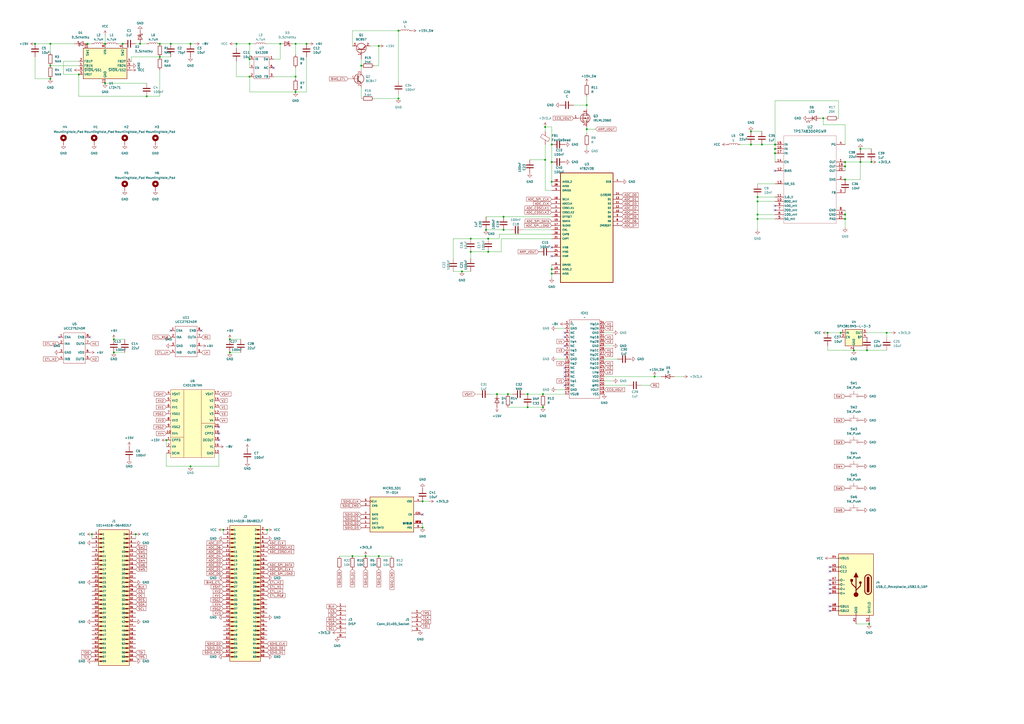
<source format=kicad_sch>
(kicad_sch (version 20231120) (generator "eeschema") (generator_version "8.0")
  (paper "A2")
  (lib_symbols
    (symbol "Library:+3V3" (power) (pin_numbers hide) (pin_names (offset 0) hide)
      (property "Value" "+3V3" (at 0 3.556 0))
      (symbol "+3V3_1_1"
        (pin power_in line (at 0 0 90) (length 0) (name "~") (number "1"))
      )
    )
    (symbol "Library:+6V" (power) (pin_numbers hide) (pin_names (offset 0) hide)
      (property "Value" "+6V" (at 0 3.556 0))
      (symbol "+6V_1_1"
        (pin power_in line (at 0 0 90) (length 0) (name "~") (number "1"))
      )
    )
    (symbol "Library:10144518-064802LF" (pin_names (offset 1.016))
      (property "Reference" "J" (at -8.89 38.862 0))
      (property "Value" "10144518-064802LF" (at -8.89 -43.18 0))
      (symbol "10144518-064802LF_0_0"
        (pin passive line (at -12.7 35.56 0) (length 5.08) (name "1") (number "1"))
        (pin passive line (at 12.7 25.4 180) (length 5.08) (name "10") (number "10"))
        (pin passive line (at -12.7 22.86 0) (length 5.08) (name "11") (number "11"))
        (pin passive line (at 12.7 22.86 180) (length 5.08) (name "12") (number "12"))
        (pin passive line (at -12.7 20.32 0) (length 5.08) (name "13") (number "13"))
        (pin passive line (at 12.7 20.32 180) (length 5.08) (name "14") (number "14"))
        (pin passive line (at -12.7 17.78 0) (length 5.08) (name "15") (number "15"))
        (pin passive line (at 12.7 17.78 180) (length 5.08) (name "16") (number "16"))
        (pin passive line (at -12.7 15.24 0) (length 5.08) (name "17") (number "17"))
        (pin passive line (at 12.7 15.24 180) (length 5.08) (name "18") (number "18"))
        (pin passive line (at -12.7 12.7 0) (length 5.08) (name "19") (number "19"))
        (pin passive line (at 12.7 35.56 180) (length 5.08) (name "2") (number "2"))
        (pin passive line (at 12.7 12.7 180) (length 5.08) (name "20") (number "20"))
        (pin passive line (at -12.7 10.16 0) (length 5.08) (name "21") (number "21"))
        (pin passive line (at 12.7 10.16 180) (length 5.08) (name "22") (number "22"))
        (pin passive line (at -12.7 7.62 0) (length 5.08) (name "23") (number "23"))
        (pin passive line (at 12.7 7.62 180) (length 5.08) (name "24") (number "24"))
        (pin passive line (at -12.7 5.08 0) (length 5.08) (name "25") (number "25"))
        (pin passive line (at 12.7 5.08 180) (length 5.08) (name "26") (number "26"))
        (pin passive line (at -12.7 2.54 0) (length 5.08) (name "27") (number "27"))
        (pin passive line (at 12.7 2.54 180) (length 5.08) (name "28") (number "28"))
        (pin passive line (at -12.7 0 0) (length 5.08) (name "29") (number "29"))
        (pin passive line (at -12.7 33.02 0) (length 5.08) (name "3") (number "3"))
        (pin passive line (at 12.7 0 180) (length 5.08) (name "30") (number "30"))
        (pin passive line (at -12.7 -2.54 0) (length 5.08) (name "31") (number "31"))
        (pin passive line (at 12.7 -2.54 180) (length 5.08) (name "32") (number "32"))
        (pin passive line (at -12.7 -5.08 0) (length 5.08) (name "33") (number "33"))
        (pin passive line (at 12.7 -5.08 180) (length 5.08) (name "34") (number "34"))
        (pin passive line (at -12.7 -7.62 0) (length 5.08) (name "35") (number "35"))
        (pin passive line (at 12.7 -7.62 180) (length 5.08) (name "36") (number "36"))
        (pin passive line (at -12.7 -10.16 0) (length 5.08) (name "37") (number "37"))
        (pin passive line (at 12.7 -10.16 180) (length 5.08) (name "38") (number "38"))
        (pin passive line (at -12.7 -12.7 0) (length 5.08) (name "39") (number "39"))
        (pin passive line (at 12.7 33.02 180) (length 5.08) (name "4") (number "4"))
        (pin passive line (at 12.7 -12.7 180) (length 5.08) (name "40") (number "40"))
        (pin passive line (at -12.7 -15.24 0) (length 5.08) (name "41") (number "41"))
        (pin passive line (at 12.7 -15.24 180) (length 5.08) (name "42") (number "42"))
        (pin passive line (at -12.7 -17.78 0) (length 5.08) (name "43") (number "43"))
        (pin passive line (at 12.7 -17.78 180) (length 5.08) (name "44") (number "44"))
        (pin passive line (at -12.7 -20.32 0) (length 5.08) (name "45") (number "45"))
        (pin passive line (at 12.7 -20.32 180) (length 5.08) (name "46") (number "46"))
        (pin passive line (at -12.7 -22.86 0) (length 5.08) (name "47") (number "47"))
        (pin passive line (at 12.7 -22.86 180) (length 5.08) (name "48") (number "48"))
        (pin passive line (at -12.7 -25.4 0) (length 5.08) (name "49") (number "49"))
        (pin passive line (at -12.7 30.48 0) (length 5.08) (name "5") (number "5"))
        (pin passive line (at 12.7 -25.4 180) (length 5.08) (name "50") (number "50"))
        (pin passive line (at -12.7 -27.94 0) (length 5.08) (name "51") (number "51"))
        (pin passive line (at 12.7 -27.94 180) (length 5.08) (name "52") (number "52"))
        (pin passive line (at -12.7 -30.48 0) (length 5.08) (name "53") (number "53"))
        (pin passive line (at 12.7 -30.48 180) (length 5.08) (name "54") (number "54"))
        (pin passive line (at -12.7 -33.02 0) (length 5.08) (name "55") (number "55"))
        (pin passive line (at 12.7 -33.02 180) (length 5.08) (name "56") (number "56"))
        (pin passive line (at -12.7 -35.56 0) (length 5.08) (name "57") (number "57"))
        (pin passive line (at 12.7 -35.56 180) (length 5.08) (name "58") (number "58"))
        (pin passive line (at -12.7 -38.1 0) (length 5.08) (name "59") (number "59"))
        (pin passive line (at 12.7 30.48 180) (length 5.08) (name "6") (number "6"))
        (pin passive line (at 12.7 -38.1 180) (length 5.08) (name "60") (number "60"))
        (pin passive line (at -12.7 27.94 0) (length 5.08) (name "7") (number "7"))
        (pin passive line (at 12.7 27.94 180) (length 5.08) (name "8") (number "8"))
        (pin passive line (at -12.7 25.4 0) (length 5.08) (name "9") (number "9"))
      )
    )
    (symbol "Library:AD9826KRSZ" (pin_names (offset 1.016))
      (property "Reference" "U" (at -5.3594 30.5562 0))
      (property "Value" "AD9826KRSZ" (at -4.1402 -40.1574 0))
      (symbol "AD9826KRSZ_0_0"
        (pin input line (at -20.32 7.62 0) (length 5.08) (name "CDSCLK1") (number "1"))
        (pin output line (at 20.32 5.08 180) (length 5.08) (name "D4") (number "10"))
        (pin output line (at 20.32 10.16 180) (length 5.08) (name "D3") (number "11"))
        (pin output line (at 20.32 7.62 180) (length 5.08) (name "D2") (number "12"))
        (pin output line (at 20.32 12.7 180) (length 5.08) (name "D1") (number "13"))
        (pin output line (at 20.32 15.24 180) (length 5.08) (name "(LSB)D0") (number "14"))
        (pin bidirectional line (at -20.32 0 0) (length 5.08) (name "SDATA") (number "15"))
        (pin input line (at -20.32 12.7 0) (length 5.08) (name "SCLK") (number "16"))
        (pin input line (at -20.32 -2.54 0) (length 5.08) (name "SLOAD") (number "17"))
        (pin input line (at -20.32 22.86 0) (length 5.08) (name "AVDD_2") (number "18"))
        (pin input line (at -20.32 -27.94 0) (length 5.08) (name "AVSS_2") (number "19"))
        (pin input line (at -20.32 5.08 0) (length 5.08) (name "CDSCLK2") (number "2"))
        (pin input line (at -20.32 -7.62 0) (length 5.08) (name "CAPB") (number "20"))
        (pin input line (at -20.32 -10.16 0) (length 5.08) (name "CAPT") (number "21"))
        (pin input line (at -20.32 -15.24 0) (length 5.08) (name "VINB") (number "22"))
        (pin input line (at -20.32 -5.08 0) (length 5.08) (name "CML") (number "23"))
        (pin input line (at -20.32 -17.78 0) (length 5.08) (name "VING") (number "24"))
        (pin input line (at -20.32 2.54 0) (length 5.08) (name "OFFSET") (number "25"))
        (pin input line (at -20.32 -20.32 0) (length 5.08) (name "VINR") (number "26"))
        (pin input line (at -20.32 -30.48 0) (length 5.08) (name "AVSS") (number "27"))
        (pin power_in line (at -20.32 20.32 0) (length 5.08) (name "AVDD") (number "28"))
        (pin input line (at -20.32 10.16 0) (length 5.08) (name "ADCCLK") (number "3"))
        (pin output line (at 20.32 22.86 180) (length 5.08) (name "OEB") (number "4"))
        (pin power_in line (at -20.32 17.78 0) (length 5.08) (name "DRVDD") (number "5"))
        (pin input line (at -20.32 -25.4 0) (length 5.08) (name "DRVSS") (number "6"))
        (pin output line (at 20.32 -2.54 180) (length 5.08) (name "(MSB)D7") (number "7"))
        (pin output line (at 20.32 0 180) (length 5.08) (name "D6") (number "8"))
        (pin output line (at 20.32 2.54 180) (length 5.08) (name "D5") (number "9"))
      )
    )
    (symbol "Library:BC847" (pin_names (offset 0) hide)
      (property "Reference" "Q" (at 5.08 1.905 0))
      (property "Value" "BC847" (at 5.08 0 0))
      (symbol "BC847_1_1"
        (pin input line (at -5.08 0 0) (length 5.715) (name "B") (number "1"))
        (pin passive line (at 2.54 -5.08 90) (length 2.54) (name "E") (number "2"))
        (pin passive line (at 2.54 5.08 270) (length 2.54) (name "C") (number "3"))
      )
    )
    (symbol "Library:BC857" (pin_names (offset 0) hide)
      (property "Reference" "Q" (at 5.08 1.905 0))
      (property "Value" "BC857" (at 5.08 0 0))
      (symbol "BC857_1_1"
        (pin input line (at -5.08 0 0) (length 5.715) (name "B") (number "1"))
        (pin passive line (at 2.54 -5.08 90) (length 2.54) (name "E") (number "2"))
        (pin passive line (at 2.54 5.08 270) (length 2.54) (name "C") (number "3"))
      )
    )
    (symbol "Library:C" (pin_numbers hide) (pin_names (offset 0.254))
      (property "Reference" "C" (at 0.635 2.54 0))
      (property "Value" "C" (at 0.635 -2.54 0))
      (symbol "C_1_1"
        (pin passive line (at 0 3.81 270) (length 2.794) (name "~") (number "1"))
        (pin passive line (at 0 -3.81 90) (length 2.794) (name "~") (number "2"))
      )
    )
    (symbol "Library:CXD1267AN"
      (property "Reference" "U?" (at 0 21.59 0))
      (property "Value" "CXD1267AN" (at 0 -20.32 0))
      (symbol "CXD1267AN_1_1"
        (pin output line (at -15.24 -8.89 0) (length 2.54) (name "CPP3") (number "1"))
        (pin input line (at -15.24 -5.08 0) (length 2.54) (name "XV4") (number "10"))
        (pin output line (at 15.24 2.54 180) (length 2.54) (name "V4") (number "11"))
        (pin output line (at 15.24 6.35 180) (length 2.54) (name "V3") (number "12"))
        (pin power_in line (at 15.24 -16.51 180) (length 2.54) (name "GND") (number "13"))
        (pin output line (at 15.24 10.16 180) (length 2.54) (name "V1") (number "14"))
        (pin output line (at 15.24 13.97 180) (length 2.54) (name "V2") (number "15"))
        (pin power_in line (at 15.24 -12.7 180) (length 2.54) (name "VL") (number "16"))
        (pin output line (at 15.24 17.78 180) (length 2.54) (name "VSHT") (number "17"))
        (pin output line (at 15.24 -8.89 180) (length 2.54) (name "DCOUT") (number "18"))
        (pin unspecified line (at 15.24 -5.08 180) (length 2.54) (name "CPP2") (number "19"))
        (pin power_in line (at -15.24 -12.7 0) (length 2.54) (name "VH") (number "2"))
        (pin unspecified line (at 15.24 -1.27 180) (length 2.54) (name "CPP1") (number "20"))
        (pin input line (at -15.24 -16.51 0) (length 2.54) (name "DCIN") (number "3"))
        (pin input line (at -15.24 17.78 0) (length 2.54) (name "XSHT") (number "4"))
        (pin input line (at -15.24 13.97 0) (length 2.54) (name "XV2") (number "5"))
        (pin input line (at -15.24 10.16 0) (length 2.54) (name "XV1") (number "6"))
        (pin input line (at -15.24 6.35 0) (length 2.54) (name "XSG1") (number "7"))
        (pin input line (at -15.24 2.54 0) (length 2.54) (name "XV3") (number "8"))
        (pin input line (at -15.24 -1.27 0) (length 2.54) (name "XSG2") (number "9"))
      )
    )
    (symbol "Library:Conn_01x05_Socket" (pin_names (offset 1.016) hide)
      (property "Reference" "J" (at 0 7.62 0))
      (property "Value" "Conn_01x05_Socket" (at 0 -7.62 0))
      (symbol "Conn_01x05_Socket_1_1"
        (pin passive line (at -5.08 5.08 0) (length 3.81) (name "Pin_1") (number "1"))
        (pin passive line (at -5.08 2.54 0) (length 3.81) (name "Pin_2") (number "2"))
        (pin passive line (at -5.08 0 0) (length 3.81) (name "Pin_3") (number "3"))
        (pin passive line (at -5.08 -2.54 0) (length 3.81) (name "Pin_4") (number "4"))
        (pin passive line (at -5.08 -5.08 0) (length 3.81) (name "Pin_5") (number "5"))
      )
    )
    (symbol "Library:Conn_01x08_Socket" (pin_names (offset 1.016) hide)
      (property "Reference" "J" (at 0 10.16 0))
      (property "Value" "Conn_01x08_Socket" (at 0 -12.7 0))
      (symbol "Conn_01x08_Socket_1_1"
        (pin passive line (at -5.08 7.62 0) (length 3.81) (name "Pin_1") (number "1"))
        (pin passive line (at -5.08 5.08 0) (length 3.81) (name "Pin_2") (number "2"))
        (pin passive line (at -5.08 2.54 0) (length 3.81) (name "Pin_3") (number "3"))
        (pin passive line (at -5.08 0 0) (length 3.81) (name "Pin_4") (number "4"))
        (pin passive line (at -5.08 -2.54 0) (length 3.81) (name "Pin_5") (number "5"))
        (pin passive line (at -5.08 -5.08 0) (length 3.81) (name "Pin_6") (number "6"))
        (pin passive line (at -5.08 -7.62 0) (length 3.81) (name "Pin_7") (number "7"))
        (pin passive line (at -5.08 -10.16 0) (length 3.81) (name "Pin_8") (number "8"))
      )
    )
    (symbol "Library:D" (pin_numbers hide) (pin_names (offset 1.016) hide)
      (property "Reference" "D" (at 0 2.54 0))
      (property "Value" "D" (at 0 -2.54 0))
      (symbol "D_1_1"
        (pin passive line (at -3.81 0 0) (length 2.54) (name "K") (number "1"))
        (pin passive line (at 3.81 0 180) (length 2.54) (name "A") (number "2"))
      )
    )
    (symbol "Library:D_Schottky" (pin_numbers hide) (pin_names (offset 1.016) hide)
      (property "Reference" "D" (at 0 2.54 0))
      (property "Value" "D_Schottky" (at 0 -2.54 0))
      (symbol "D_Schottky_1_1"
        (pin passive line (at -3.81 0 0) (length 2.54) (name "K") (number "1"))
        (pin passive line (at 3.81 0 180) (length 2.54) (name "A") (number "2"))
      )
    )
    (symbol "Library:FerriteBead" (pin_numbers hide) (pin_names (offset 0))
      (property "Reference" "FB" (at -3.81 0.635 90))
      (property "Value" "FerriteBead" (at 3.81 0 90))
      (symbol "FerriteBead_1_1"
        (pin passive line (at 0 3.81 270) (length 2.54) (name "~") (number "1"))
        (pin passive line (at 0 -3.81 90) (length 2.54) (name "~") (number "2"))
      )
    )
    (symbol "Library:GND" (power) (pin_numbers hide) (pin_names (offset 0) hide)
      (property "Value" "GND" (at 0 -3.81 0))
      (symbol "GND_1_1"
        (pin power_in line (at 0 0 270) (length 0) (name "~") (number "1"))
      )
    )
    (symbol "Library:ICX453"
      (property "Reference" "ICX" (at 0 0 0))
      (symbol "ICX453_1_0"
        (pin input line (at -11.43 20.32 0) (length 2.54) (name "VL") (number "1"))
        (pin input line (at -11.43 -2.54 0) (length 2.54) (name "Vφ2") (number "10"))
        (pin input line (at -11.43 -5.08 0) (length 2.54) (name "NC") (number "11"))
        (pin input line (at -11.43 -7.62 0) (length 2.54) (name "NC") (number "12"))
        (pin input line (at -11.43 -10.16 0) (length 2.54) (name "NC") (number "13"))
        (pin input line (at -11.43 -12.7 0) (length 2.54) (name "Vφ1") (number "14"))
        (pin input line (at -11.43 -15.24 0) (length 2.54) (name "NC") (number "15"))
        (pin input line (at -11.43 -17.78 0) (length 2.54) (name "GND") (number "16"))
        (pin input line (at -11.43 -20.32 0) (length 2.54) (name "VSUB") (number "17"))
        (pin input line (at 11.43 -20.32 180) (length 2.54) (name "VSS") (number "18"))
        (pin input line (at 11.43 -17.78 180) (length 2.54) (name "VOUT") (number "19"))
        (pin input line (at -11.43 17.78 0) (length 2.54) (name "GND") (number "2"))
        (pin input line (at 11.43 -15.24 180) (length 2.54) (name "φRG") (number "20"))
        (pin input line (at 11.43 -12.7 180) (length 2.54) (name "GND") (number "21"))
        (pin input line (at 11.43 -10.16 180) (length 2.54) (name "VDD") (number "22"))
        (pin input line (at 11.43 -7.62 180) (length 2.54) (name "LHφ") (number "23"))
        (pin input line (at 11.43 -5.08 180) (length 2.54) (name "Hφ2D") (number "24"))
        (pin input line (at 11.43 -2.54 180) (length 2.54) (name "Hφ1D") (number "25"))
        (pin input line (at 11.43 0 180) (length 2.54) (name "CSUB") (number "26"))
        (pin input line (at 11.43 2.54 180) (length 2.54) (name "Hφ2C") (number "27"))
        (pin input line (at 11.43 5.08 180) (length 2.54) (name "Hφ1C") (number "28"))
        (pin input line (at 11.43 7.62 180) (length 2.54) (name "GND") (number "29"))
        (pin input line (at -11.43 15.24 0) (length 2.54) (name "NC") (number "3"))
        (pin input line (at 11.43 10.16 180) (length 2.54) (name "Hφ2B") (number "30"))
        (pin input line (at 11.43 12.7 180) (length 2.54) (name "Hφ1B") (number "31"))
        (pin input line (at 11.43 15.24 180) (length 2.54) (name "GND") (number "32"))
        (pin input line (at 11.43 17.78 180) (length 2.54) (name "Hφ2A") (number "33"))
        (pin input line (at 11.43 20.32 180) (length 2.54) (name "Hφ1A") (number "34"))
        (pin input line (at -11.43 12.7 0) (length 2.54) (name "NC") (number "4"))
        (pin input line (at -11.43 10.16 0) (length 2.54) (name "Vφ4") (number "5"))
        (pin input line (at -11.43 7.62 0) (length 2.54) (name "NC") (number "6"))
        (pin input line (at -11.43 5.08 0) (length 2.54) (name "Vφ3") (number "7"))
        (pin input line (at -11.43 2.54 0) (length 2.54) (name "NC") (number "8"))
        (pin input line (at -11.43 0 0) (length 2.54) (name "GND") (number "9"))
      )
    )
    (symbol "Library:IRLML2060" (pin_names hide)
      (property "Reference" "Q" (at 5.08 1.905 0))
      (property "Value" "IRLML2060" (at 5.08 0 0))
      (symbol "IRLML2060_1_1"
        (pin input line (at -5.08 0 0) (length 2.54) (name "G") (number "1"))
        (pin passive line (at 2.54 -5.08 90) (length 2.54) (name "S") (number "2"))
        (pin passive line (at 2.54 5.08 270) (length 2.54) (name "D") (number "3"))
      )
    )
    (symbol "Library:L" (pin_numbers hide) (pin_names (offset 1.016) hide)
      (property "Reference" "L" (at -1.27 0 90))
      (property "Value" "L" (at 1.905 0 90))
      (symbol "L_1_1"
        (pin passive line (at 0 3.81 270) (length 1.27) (name "1") (number "1"))
        (pin passive line (at 0 -3.81 90) (length 1.27) (name "2") (number "2"))
      )
    )
    (symbol "Library:LED" (pin_numbers hide) (pin_names (offset 1.016) hide)
      (property "Reference" "D" (at 0 2.54 0))
      (property "Value" "LED" (at 0 -2.54 0))
      (symbol "LED_1_1"
        (pin passive line (at -3.81 0 0) (length 2.54) (name "K") (number "1"))
        (pin passive line (at 3.81 0 180) (length 2.54) (name "A") (number "2"))
      )
    )
    (symbol "Library:LT3471"
      (property "Reference" "U" (at -12.7 11.43 0))
      (property "Value" "LT3471" (at 11.43 11.43 0))
      (symbol "LT3471_1_1"
        (pin input line (at -15.24 0 0) (length 2.54) (name "FB1N") (number "1"))
        (pin passive line (at -10.16 12.7 270) (length 2.54) (name "SW1") (number "10"))
        (pin power_in line (at 0 -10.16 90) (length 2.54) (name "GND") (number "11"))
        (pin input line (at -15.24 2.54 0) (length 2.54) (name "FB1P") (number "2"))
        (pin power_out line (at -15.24 -5.08 0) (length 2.54) (name "VREF") (number "3"))
        (pin input line (at 15.24 2.54 180) (length 2.54) (name "FB2P") (number "4"))
        (pin input line (at 15.24 0 180) (length 2.54) (name "FB2N") (number "5"))
        (pin passive line (at 10.16 12.7 270) (length 2.54) (name "SW2") (number "6"))
        (pin input line (at 15.24 -2.54 180) (length 2.54) (name "~{SHDN}/SS2") (number "7"))
        (pin power_in line (at 0 12.7 270) (length 2.54) (name "VIN") (number "8"))
        (pin input line (at -15.24 -2.54 0) (length 2.54) (name "~{SHDN}/SS1") (number "9"))
      )
    )
    (symbol "Library:MountingHole_Pad" (pin_numbers hide) (pin_names (offset 1.016) hide) (exclude_from_sim yes) (in_bom no)
      (property "Reference" "H" (at 0 6.35 0))
      (property "Value" "MountingHole_Pad" (at 0 4.445 0))
      (symbol "MountingHole_Pad_1_1"
        (pin input line (at 0 -2.54 90) (length 2.54) (name "1") (number "1"))
      )
    )
    (symbol "Library:R" (pin_numbers hide) (pin_names (offset 0))
      (property "Reference" "R" (at 2.032 0 90))
      (property "Value" "R" (at 0 0 90))
      (symbol "R_1_1"
        (pin passive line (at 0 3.81 270) (length 1.27) (name "~") (number "1"))
        (pin passive line (at 0 -3.81 90) (length 1.27) (name "~") (number "2"))
      )
    )
    (symbol "Library:SPX3819M5-L-3-3" (pin_names (offset 0.254))
      (property "Reference" "U" (at -3.81 5.715 0))
      (property "Value" "SPX3819M5-L-3-3" (at 0 5.715 0))
      (symbol "SPX3819M5-L-3-3_1_1"
        (pin power_in line (at -7.62 2.54 0) (length 2.54) (name "IN") (number "1"))
        (pin power_in line (at 0 -7.62 90) (length 2.54) (name "GND") (number "2"))
        (pin input line (at -7.62 0 0) (length 2.54) (name "EN") (number "3"))
        (pin input line (at 7.62 0 180) (length 2.54) (name "BP") (number "4"))
        (pin power_out line (at 7.62 2.54 180) (length 2.54) (name "OUT") (number "5"))
      )
    )
    (symbol "Library:SW_Push" (pin_numbers hide) (pin_names (offset 1.016) hide)
      (property "Reference" "SW" (at 1.27 2.54 0))
      (property "Value" "SW_Push" (at 0 -1.524 0))
      (symbol "SW_Push_0_1"
        (pin passive line (at -5.08 0 0) (length 2.54) (name "1") (number "1"))
        (pin passive line (at 5.08 0 180) (length 2.54) (name "2") (number "2"))
      )
    )
    (symbol "Library:SX1308"
      (property "Reference" "U" (at 0 0 0))
      (property "Value" "SX1308" (at 0 0 0))
      (symbol "SX1308_1_1"
        (pin free line (at 6.35 5.08 180) (length 2.54) (name "SW") (number "1"))
        (pin free line (at -7.62 -5.08 0) (length 2.54) (name "GND") (number "2"))
        (pin free line (at 6.35 -5.08 180) (length 2.54) (name "FB") (number "3"))
        (pin free line (at -7.62 0 0) (length 2.54) (name "EN") (number "4"))
        (pin free line (at -7.62 5.08 0) (length 2.54) (name "IN") (number "5"))
        (pin free line (at 6.35 0 180) (length 2.54) (name "NC") (number "6"))
      )
    )
    (symbol "Library:TF-01A" (pin_names (offset 1.016))
      (property "Reference" "MICRO_SD" (at -12.7 10.795 0))
      (property "Value" "TF-01A" (at -12.7 -12.7 0))
      (symbol "TF-01A_0_0"
        (pin bidirectional line (at -17.78 -5.08 0) (length 5.08) (name "DAT2") (number "1"))
        (pin bidirectional line (at -17.78 -7.62 0) (length 5.08) (name "CD/DAT3") (number "2"))
        (pin bidirectional line (at -17.78 5.08 0) (length 5.08) (name "CMD") (number "3"))
        (pin power_in line (at 17.78 7.62 180) (length 5.08) (name "VDD") (number "4"))
        (pin bidirectional clock (at -17.78 7.62 0) (length 5.08) (name "CLK") (number "5"))
        (pin power_in line (at 17.78 -7.62 180) (length 5.08) (name "VSS") (number "6"))
        (pin bidirectional line (at -17.78 0 0) (length 5.08) (name "DAT0") (number "7"))
        (pin bidirectional line (at -17.78 -2.54 0) (length 5.08) (name "DAT1") (number "8"))
        (pin passive line (at 17.78 0 180) (length 5.08) (name "CD") (number "CD1"))
        (pin power_in line (at 17.78 -5.08 180) (length 5.08) (name "SHIELD") (number "MP1"))
        (pin power_in line (at 17.78 -5.08 180) (length 5.08) (name "SHIELD") (number "MP2"))
        (pin power_in line (at 17.78 -5.08 180) (length 5.08) (name "SHIELD") (number "MP3"))
        (pin power_in line (at 17.78 -5.08 180) (length 5.08) (name "SHIELD") (number "MP4"))
      )
    )
    (symbol "Library:TPS7A8300RGWR" (pin_names (offset 0.254))
      (property "Reference" "U" (at 0 2.54 0))
      (property "Value" "TPS7A8300RGWR" (at 0 0 0))
      (symbol "TPS7A8300RGWR_0_1"
        (pin power_in line (at 20.32 10.16 180) (length 5.08) (name "OUT") (number "1"))
        (pin input line (at -20.32 -12.7 0) (length 5.08) (name "800_mV") (number "10"))
        (pin input line (at -20.32 -10.16 0) (length 5.08) (name "1.6_V") (number "11"))
        (pin power_in line (at -20.32 5.08 0) (length 5.08) (name "BIAS") (number "12"))
        (pin input line (at -20.32 -2.54 0) (length 5.08) (name "NR_SS") (number "13"))
        (pin input line (at -20.32 10.16 0) (length 5.08) (name "EN") (number "14"))
        (pin power_in line (at -20.32 20.32 0) (length 5.08) (name "IN") (number "15"))
        (pin power_in line (at -20.32 17.78 0) (length 5.08) (name "IN") (number "16"))
        (pin power_in line (at -20.32 15.24 0) (length 5.08) (name "IN") (number "17"))
        (pin power_in line (at 20.32 -20.32 180) (length 5.08) (name "GND") (number "18"))
        (pin power_in line (at 20.32 7.62 180) (length 5.08) (name "OUT") (number "19"))
        (pin input line (at 20.32 0 180) (length 5.08) (name "SNS") (number "2"))
        (pin power_in line (at 20.32 5.08 180) (length 5.08) (name "OUT") (number "20"))
        (pin power_in line (at 20.32 -22.86 180) (length 5.08) (name "PAD") (number "21"))
        (pin input line (at 20.32 -7.62 180) (length 5.08) (name "FB") (number "3"))
        (pin output line (at 20.32 20.32 180) (length 5.08) (name "PG") (number "4"))
        (pin input line (at -20.32 -22.86 0) (length 5.08) (name "50_mV") (number "5"))
        (pin input line (at -20.32 -20.32 0) (length 5.08) (name "100_mV") (number "6"))
        (pin input line (at -20.32 -17.78 0) (length 5.08) (name "200_mV") (number "7"))
        (pin power_in line (at 20.32 -17.78 180) (length 5.08) (name "GND") (number "8"))
        (pin input line (at -20.32 -15.24 0) (length 5.08) (name "400_mV") (number "9"))
      )
    )
    (symbol "Library:UCC27524DR"
      (property "Reference" "U" (at 0 0 0))
      (property "Value" "UCC27524DR" (at 0 0 0))
      (symbol "UCC27524DR_1_1"
        (pin unspecified line (at -8.89 6.35 0) (length 2.54) (name "ENA") (number "1"))
        (pin unspecified line (at -8.89 2.54 0) (length 2.54) (name "INA") (number "2"))
        (pin unspecified line (at -8.89 -2.54 0) (length 2.54) (name "GND") (number "3"))
        (pin unspecified line (at -8.89 -6.35 0) (length 2.54) (name "INB") (number "4"))
        (pin unspecified line (at 8.89 -6.35 180) (length 2.54) (name "OUTB") (number "5"))
        (pin unspecified line (at 8.89 -2.54 180) (length 2.54) (name "VDD") (number "6"))
        (pin unspecified line (at 8.89 2.54 180) (length 2.54) (name "OUTA") (number "7"))
        (pin unspecified line (at 8.89 6.35 180) (length 2.54) (name "ENB") (number "8"))
      )
    )
    (symbol "Library:USB_C_Receptacle_USB2.0_16P" (pin_names (offset 1.016))
      (property "Reference" "J" (at 0 22.225 0))
      (property "Value" "USB_C_Receptacle_USB2.0_16P" (at 0 19.685 0))
      (symbol "USB_C_Receptacle_USB2.0_16P_1_1"
        (pin passive line (at 0 -22.86 90) (length 5.08) (name "GND") (number "A1"))
        (pin passive line (at 0 -22.86 90) (length 5.08) hide (name "GND") (number "A12"))
        (pin passive line (at 15.24 15.24 180) (length 5.08) (name "VBUS") (number "A4"))
        (pin bidirectional line (at 15.24 10.16 180) (length 5.08) (name "CC1") (number "A5"))
        (pin bidirectional line (at 15.24 -2.54 180) (length 5.08) (name "D+") (number "A6"))
        (pin bidirectional line (at 15.24 2.54 180) (length 5.08) (name "D-") (number "A7"))
        (pin bidirectional line (at 15.24 -12.7 180) (length 5.08) (name "SBU1") (number "A8"))
        (pin passive line (at 15.24 15.24 180) (length 5.08) hide (name "VBUS") (number "A9"))
        (pin passive line (at 0 -22.86 90) (length 5.08) hide (name "GND") (number "B1"))
        (pin passive line (at 0 -22.86 90) (length 5.08) hide (name "GND") (number "B12"))
        (pin passive line (at 15.24 15.24 180) (length 5.08) hide (name "VBUS") (number "B4"))
        (pin bidirectional line (at 15.24 7.62 180) (length 5.08) (name "CC2") (number "B5"))
        (pin bidirectional line (at 15.24 -5.08 180) (length 5.08) (name "D+") (number "B6"))
        (pin bidirectional line (at 15.24 0 180) (length 5.08) (name "D-") (number "B7"))
        (pin bidirectional line (at 15.24 -15.24 180) (length 5.08) (name "SBU2") (number "B8"))
        (pin passive line (at 15.24 15.24 180) (length 5.08) hide (name "VBUS") (number "B9"))
        (pin passive line (at -7.62 -22.86 90) (length 5.08) (name "SHIELD") (number "S1"))
      )
    )
    (symbol "Library:VCC" (power) (pin_numbers hide) (pin_names (offset 0) hide)
      (property "Value" "VCC" (at 0 3.556 0))
      (symbol "VCC_1_1"
        (pin power_in line (at 0 0 90) (length 0) (name "~") (number "1"))
      )
    )
  )
  (junction (at 449.58 88.9))
  (junction (at 273.05 138.43))
  (junction (at 490.22 104.14))
  (junction (at 439.42 114.3))
  (junction (at 320.04 105.41))
  (junction (at 316.23 92.71))
  (junction (at 267.97 157.48))
  (junction (at 78.74 309.88))
  (junction (at 292.1 133.35))
  (junction (at 50.8 25.4))
  (junction (at 490.22 96.52))
  (junction (at 171.45 25.4))
  (junction (at 133.35 196.85))
  (junction (at 219.71 322.58))
  (junction (at 144.78 44.45))
  (junction (at 71.12 25.4))
  (junction (at 320.04 83.82))
  (junction (at 505.46 93.98))
  (junction (at 490.22 127))
  (junction (at 435.61 83.82))
  (junction (at 288.29 228.6))
  (junction (at 514.35 193.04))
  (junction (at 154.94 307.34))
  (junction (at 81.28 25.4))
  (junction (at 45.72 43.18))
  (junction (at 29.21 45.72))
  (junction (at 441.96 83.82))
  (junction (at 499.11 86.36))
  (junction (at 281.94 133.35))
  (junction (at 379.73 218.44))
  (junction (at 439.42 127))
  (junction (at 129.54 307.34))
  (junction (at 231.14 17.78))
  (junction (at 320.04 158.75))
  (junction (at 171.45 44.45))
  (junction (at 314.96 228.6))
  (junction (at 99.06 25.4))
  (junction (at 435.61 76.2))
  (junction (at 96.52 255.27))
  (junction (at 340.36 60.96))
  (junction (at 204.47 322.58))
  (junction (at 499.11 93.98))
  (junction (at 439.42 116.84))
  (junction (at 212.09 322.58))
  (junction (at 53.34 309.88))
  (junction (at 480.06 193.04))
  (junction (at 137.16 25.4))
  (junction (at 29.21 38.1))
  (junction (at 314.96 236.22))
  (junction (at 320.04 156.21))
  (junction (at 273.05 146.05))
  (junction (at 502.92 203.2))
  (junction (at 219.71 26.67))
  (junction (at 294.64 228.6))
  (junction (at 490.22 93.98))
  (junction (at 144.78 25.4))
  (junction (at 245.11 306.07))
  (junction (at 110.49 25.4))
  (junction (at 20.32 25.4))
  (junction (at 162.56 25.4))
  (junction (at 477.52 68.58))
  (junction (at 245.11 290.83))
  (junction (at 60.96 48.26))
  (junction (at 177.8 25.4))
  (junction (at 60.96 25.4))
  (junction (at 306.07 236.22))
  (junction (at 306.07 228.6))
  (junction (at 504.19 361.95))
  (junction (at 66.04 196.85))
  (junction (at 110.49 270.51))
  (junction (at 85.09 55.88))
  (junction (at 283.21 146.05))
  (junction (at 439.42 124.46))
  (junction (at 292.1 125.73))
  (junction (at 144.78 34.29))
  (junction (at 487.68 193.04))
  (junction (at 320.04 93.98))
  (junction (at 92.71 25.4))
  (junction (at 283.21 138.43))
  (junction (at 490.22 124.46))
  (junction (at 171.45 53.34))
  (junction (at 231.14 57.15))
  (junction (at 92.71 33.02))
  (junction (at 29.21 25.4))
  (junction (at 495.3 203.2))
  (junction (at 209.55 38.1))
  (junction (at 316.23 73.66))
  (junction (at 449.58 86.36))
  (junction (at 66.04 204.47))
  (junction (at 133.35 204.47))
  (junction (at 340.36 74.93))
  (junction (at 449.58 83.82))
  (no_connect (at 481.33 336.55))
  (no_connect (at 449.58 119.38))
  (no_connect (at 320.04 143.51))
  (no_connect (at 320.04 148.59))
  (no_connect (at 327.66 223.52))
  (no_connect (at 327.66 193.04))
  (no_connect (at 327.66 218.44))
  (no_connect (at 127 255.27))
  (no_connect (at 52.07 195.58))
  (no_connect (at 327.66 205.74))
  (no_connect (at 127 251.46))
  (no_connect (at 127 247.65))
  (no_connect (at 327.66 213.36))
  (no_connect (at 34.29 195.58))
  (no_connect (at 327.66 200.66))
  (no_connect (at 158.75 39.37))
  (no_connect (at 245.11 298.45))
  (no_connect (at 116.84 191.77))
  (no_connect (at 481.33 331.47))
  (no_connect (at 481.33 351.79))
  (no_connect (at 481.33 339.09))
  (no_connect (at 327.66 195.58))
  (no_connect (at 449.58 99.06))
  (no_connect (at 481.33 344.17))
  (no_connect (at 481.33 328.93))
  (no_connect (at 449.58 121.92))
  (no_connect (at 99.06 191.77))
  (no_connect (at 481.33 341.63))
  (no_connect (at 327.66 215.9))
  (no_connect (at 481.33 354.33))
  (wire (pts (xy 81.28 25.4) (xy 78.74 25.4)))
  (wire (pts (xy 85.09 55.88) (xy 92.71 55.88)))
  (wire (pts (xy 439.42 106.68) (xy 449.58 106.68)))
  (wire (pts (xy 204.47 17.78) (xy 231.14 17.78)))
  (wire (pts (xy 439.42 114.3) (xy 449.58 114.3)))
  (wire (pts (xy 96.52 270.51) (xy 110.49 270.51)))
  (wire (pts (xy 499.11 93.98) (xy 499.11 104.14)))
  (wire (pts (xy 20.32 33.02) (xy 20.32 45.72)))
  (wire (pts (xy 490.22 93.98) (xy 490.22 96.52)))
  (wire (pts (xy 273.05 146.05) (xy 273.05 149.86)))
  (wire (pts (xy 60.96 48.26) (xy 85.09 48.26)))
  (wire (pts (xy 486.41 58.42) (xy 449.58 58.42)))
  (wire (pts (xy 45.72 55.88) (xy 85.09 55.88)))
  (wire (pts (xy 441.96 83.82) (xy 449.58 83.82)))
  (wire (pts (xy 144.78 34.29) (xy 144.78 25.4)))
  (wire (pts (xy 171.45 39.37) (xy 171.45 44.45)))
  (wire (pts (xy 306.07 228.6) (xy 314.96 228.6)))
  (wire (pts (xy 29.21 25.4) (xy 43.18 25.4)))
  (wire (pts (xy 92.71 33.02) (xy 76.2 33.02)))
  (wire (pts (xy 219.71 26.67) (xy 219.71 38.1)))
  (wire (pts (xy 137.16 25.4) (xy 144.78 25.4)))
  (wire (pts (xy 372.11 223.52) (xy 377.19 223.52)))
  (wire (pts (xy 231.14 57.15) (xy 217.17 57.15)))
  (wire (pts (xy 294.64 228.6) (xy 297.18 228.6)))
  (wire (pts (xy 514.35 193.04) (xy 502.92 193.04)))
  (wire (pts (xy 292.1 133.35) (xy 295.91 133.35)))
  (wire (pts (xy 96.52 262.89) (xy 96.52 270.51)))
  (wire (pts (xy 516.89 193.04) (xy 514.35 193.04)))
  (wire (pts (xy 439.42 114.3) (xy 439.42 116.84)))
  (wire (pts (xy 267.97 157.48) (xy 273.05 157.48)))
  (wire (pts (xy 99.06 25.4) (xy 110.49 25.4)))
  (wire (pts (xy 36.83 35.56) (xy 36.83 43.18)))
  (wire (pts (xy 144.78 44.45) (xy 144.78 53.34)))
  (wire (pts (xy 144.78 25.4) (xy 147.32 25.4)))
  (wire (pts (xy 350.52 223.52) (xy 364.49 223.52)))
  (wire (pts (xy 294.64 236.22) (xy 306.07 236.22)))
  (wire (pts (xy 85.09 25.4) (xy 81.28 25.4)))
  (wire (pts (xy 435.61 83.82) (xy 441.96 83.82)))
  (wire (pts (xy 177.8 53.34) (xy 171.45 53.34)))
  (wire (pts (xy 350.52 193.04) (xy 355.6 193.04)))
  (wire (pts (xy 171.45 44.45) (xy 171.45 45.72)))
  (wire (pts (xy 316.23 73.66) (xy 320.04 73.66)))
  (wire (pts (xy 320.04 138.43) (xy 290.83 138.43)))
  (wire (pts (xy 314.96 228.6) (xy 327.66 228.6)))
  (wire (pts (xy 340.36 74.93) (xy 340.36 73.66)))
  (wire (pts (xy 281.94 125.73) (xy 292.1 125.73)))
  (wire (pts (xy 449.58 58.42) (xy 449.58 83.82)))
  (wire (pts (xy 66.04 196.85) (xy 72.39 196.85)))
  (wire (pts (xy 154.94 307.34) (xy 154.94 309.88)))
  (wire (pts (xy 316.23 110.49) (xy 320.04 110.49)))
  (wire (pts (xy 177.8 25.4) (xy 179.07 25.4)))
  (wire (pts (xy 20.32 45.72) (xy 29.21 45.72)))
  (wire (pts (xy 289.56 138.43) (xy 283.21 138.43)))
  (wire (pts (xy 320.04 156.21) (xy 320.04 158.75)))
  (wire (pts (xy 273.05 138.43) (xy 262.89 138.43)))
  (wire (pts (xy 135.89 25.4) (xy 137.16 25.4)))
  (wire (pts (xy 76.2 33.02) (xy 76.2 35.56)))
  (wire (pts (xy 283.21 138.43) (xy 273.05 138.43)))
  (wire (pts (xy 110.49 25.4) (xy 113.03 25.4)))
  (wire (pts (xy 219.71 322.58) (xy 227.33 322.58)))
  (wire (pts (xy 231.14 54.61) (xy 231.14 57.15)))
  (wire (pts (xy 322.58 190.5) (xy 327.66 190.5)))
  (wire (pts (xy 204.47 322.58) (xy 212.09 322.58)))
  (wire (pts (xy 245.11 303.53) (xy 245.11 306.07)))
  (wire (pts (xy 154.94 25.4) (xy 162.56 25.4)))
  (wire (pts (xy 480.06 203.2) (xy 495.3 203.2)))
  (wire (pts (xy 231.14 17.78) (xy 231.14 46.99)))
  (wire (pts (xy 477.52 72.39) (xy 490.22 72.39)))
  (wire (pts (xy 283.21 146.05) (xy 273.05 146.05)))
  (wire (pts (xy 480.06 200.66) (xy 480.06 203.2)))
  (wire (pts (xy 449.58 86.36) (xy 449.58 88.9)))
  (wire (pts (xy 340.36 77.47) (xy 340.36 74.93)))
  (wire (pts (xy 171.45 25.4) (xy 171.45 31.75)))
  (wire (pts (xy 68.58 25.4) (xy 71.12 25.4)))
  (wire (pts (xy 144.78 39.37) (xy 144.78 34.29)))
  (wire (pts (xy 133.35 196.85) (xy 139.7 196.85)))
  (wire (pts (xy 478.79 68.58) (xy 477.52 68.58)))
  (wire (pts (xy 281.94 133.35) (xy 292.1 133.35)))
  (wire (pts (xy 137.16 35.56) (xy 137.16 44.45)))
  (wire (pts (xy 480.06 193.04) (xy 487.68 193.04)))
  (wire (pts (xy 449.58 83.82) (xy 449.58 86.36)))
  (wire (pts (xy 60.96 20.32) (xy 60.96 25.4)))
  (wire (pts (xy 340.36 55.88) (xy 340.36 60.96)))
  (wire (pts (xy 29.21 38.1) (xy 45.72 38.1)))
  (wire (pts (xy 158.75 34.29) (xy 162.56 34.29)))
  (wire (pts (xy 487.68 193.04) (xy 487.68 195.58)))
  (wire (pts (xy 53.34 309.88) (xy 53.34 312.42)))
  (wire (pts (xy 320.04 105.41) (xy 320.04 107.95)))
  (wire (pts (xy 502.92 203.2) (xy 514.35 203.2)))
  (wire (pts (xy 391.16 218.44) (xy 396.24 218.44)))
  (wire (pts (xy 322.58 226.06) (xy 327.66 226.06)))
  (wire (pts (xy 303.53 133.35) (xy 320.04 133.35)))
  (wire (pts (xy 490.22 124.46) (xy 490.22 127)))
  (wire (pts (xy 490.22 121.92) (xy 490.22 124.46)))
  (wire (pts (xy 289.56 135.89) (xy 289.56 138.43)))
  (wire (pts (xy 262.89 157.48) (xy 267.97 157.48)))
  (wire (pts (xy 306.07 236.22) (xy 314.96 236.22)))
  (wire (pts (xy 306.07 228.6) (xy 304.8 228.6)))
  (wire (pts (xy 320.04 93.98) (xy 320.04 105.41)))
  (wire (pts (xy 429.26 83.82) (xy 435.61 83.82)))
  (wire (pts (xy 162.56 34.29) (xy 162.56 25.4)))
  (wire (pts (xy 45.72 35.56) (xy 36.83 35.56)))
  (wire (pts (xy 110.49 270.51) (xy 127 270.51)))
  (wire (pts (xy 137.16 25.4) (xy 137.16 27.94)))
  (wire (pts (xy 196.85 322.58) (xy 204.47 322.58)))
  (wire (pts (xy 345.44 74.93) (xy 340.36 74.93)))
  (wire (pts (xy 292.1 125.73) (xy 320.04 125.73)))
  (wire (pts (xy 144.78 53.34) (xy 171.45 53.34)))
  (wire (pts (xy 177.8 33.02) (xy 177.8 53.34)))
  (wire (pts (xy 78.74 309.88) (xy 78.74 312.42)))
  (wire (pts (xy 158.75 44.45) (xy 171.45 44.45)))
  (wire (pts (xy 316.23 73.66) (xy 316.23 76.2)))
  (wire (pts (xy 96.52 255.27) (xy 96.52 259.08)))
  (wire (pts (xy 262.89 138.43) (xy 262.89 149.86)))
  (wire (pts (xy 499.11 93.98) (xy 505.46 93.98)))
  (wire (pts (xy 490.22 127) (xy 490.22 132.08)))
  (wire (pts (xy 137.16 44.45) (xy 144.78 44.45)))
  (wire (pts (xy 92.71 25.4) (xy 99.06 25.4)))
  (wire (pts (xy 209.55 38.1) (xy 209.55 40.64)))
  (wire (pts (xy 350.52 200.66) (xy 355.6 200.66)))
  (wire (pts (xy 379.73 218.44) (xy 383.54 218.44)))
  (wire (pts (xy 127 270.51) (xy 127 262.89)))
  (wire (pts (xy 449.58 88.9) (xy 449.58 93.98)))
  (wire (pts (xy 350.52 208.28) (xy 358.14 208.28)))
  (wire (pts (xy 50.8 25.4) (xy 53.34 25.4)))
  (wire (pts (xy 495.3 203.2) (xy 502.92 203.2)))
  (wire (pts (xy 209.55 50.8) (xy 209.55 57.15)))
  (wire (pts (xy 320.04 83.82) (xy 320.04 93.98)))
  (wire (pts (xy 288.29 228.6) (xy 294.64 228.6)))
  (wire (pts (xy 290.83 146.05) (xy 283.21 146.05)))
  (wire (pts (xy 36.83 43.18) (xy 45.72 43.18)))
  (wire (pts (xy 496.57 361.95) (xy 504.19 361.95)))
  (wire (pts (xy 322.58 208.28) (xy 327.66 208.28)))
  (wire (pts (xy 92.71 33.02) (xy 99.06 33.02)))
  (wire (pts (xy 204.47 26.67) (xy 204.47 17.78)))
  (wire (pts (xy 133.35 204.47) (xy 139.7 204.47)))
  (wire (pts (xy 290.83 138.43) (xy 290.83 146.05)))
  (wire (pts (xy 92.71 55.88) (xy 92.71 40.64)))
  (wire (pts (xy 499.11 86.36) (xy 505.46 86.36)))
  (wire (pts (xy 439.42 124.46) (xy 449.58 124.46)))
  (wire (pts (xy 490.22 96.52) (xy 490.22 99.06)))
  (wire (pts (xy 340.36 86.36) (xy 340.36 85.09)))
  (wire (pts (xy 45.72 43.18) (xy 45.72 55.88)))
  (wire (pts (xy 219.71 38.1) (xy 217.17 38.1)))
  (wire (pts (xy 439.42 124.46) (xy 439.42 127)))
  (wire (pts (xy 490.22 72.39) (xy 490.22 83.82)))
  (wire (pts (xy 320.04 73.66) (xy 320.04 83.82)))
  (wire (pts (xy 439.42 127) (xy 439.42 133.35)))
  (wire (pts (xy 170.18 25.4) (xy 171.45 25.4)))
  (wire (pts (xy 316.23 92.71) (xy 316.23 110.49)))
  (wire (pts (xy 499.11 104.14) (xy 490.22 104.14)))
  (wire (pts (xy 332.74 60.96) (xy 340.36 60.96)))
  (wire (pts (xy 316.23 83.82) (xy 316.23 92.71)))
  (wire (pts (xy 439.42 116.84) (xy 439.42 124.46)))
  (wire (pts (xy 20.32 25.4) (xy 29.21 25.4)))
  (wire (pts (xy 439.42 116.84) (xy 449.58 116.84)))
  (wire (pts (xy 275.59 228.6) (xy 276.86 228.6)))
  (wire (pts (xy 320.04 153.67) (xy 320.04 156.21)))
  (wire (pts (xy 486.41 68.58) (xy 486.41 58.42)))
  (wire (pts (xy 350.52 218.44) (xy 379.73 218.44)))
  (wire (pts (xy 477.52 68.58) (xy 477.52 72.39)))
  (wire (pts (xy 212.09 322.58) (xy 219.71 322.58)))
  (wire (pts (xy 129.54 307.34) (xy 129.54 309.88)))
  (wire (pts (xy 514.35 193.04) (xy 514.35 195.58)))
  (wire (pts (xy 284.48 228.6) (xy 288.29 228.6)))
  (wire (pts (xy 340.36 60.96) (xy 340.36 63.5)))
  (wire (pts (xy 490.22 93.98) (xy 499.11 93.98)))
  (wire (pts (xy 439.42 127) (xy 449.58 127)))
  (wire (pts (xy 320.04 135.89) (xy 289.56 135.89)))
  (wire (pts (xy 248.92 290.83) (xy 245.11 290.83)))
  (wire (pts (xy 477.52 68.58) (xy 476.25 68.58)))
  (wire (pts (xy 29.21 25.4) (xy 29.21 30.48)))
  (wire (pts (xy 209.55 34.29) (xy 209.55 38.1)))
  (wire (pts (xy 214.63 26.67) (xy 219.71 26.67)))
  (wire (pts (xy 307.34 92.71) (xy 316.23 92.71)))
  (wire (pts (xy 350.52 220.98) (xy 355.6 220.98)))
  (wire (pts (xy 320.04 158.75) (xy 320.04 161.29)))
  (wire (pts (xy 435.61 76.2) (xy 441.96 76.2)))
  (wire (pts (xy 171.45 25.4) (xy 177.8 25.4)))
  (wire (pts (xy 66.04 204.47) (xy 72.39 204.47)))
  (global_label "ADC_D2" (shape input) (at 129.54 327.66 180) (property "Intersheetrefs" "${INTERSHEET_REFS}" (effects (hide yes))))
  (global_label "SDIO_CLK" (shape input) (at 154.94 373.38 0) (property "Intersheetrefs" "${INTERSHEET_REFS}" (effects (hide yes))))
  (global_label "ADC_SPI_LOAD" (shape input) (at 320.04 130.81 180) (property "Intersheetrefs" "${INTERSHEET_REFS}" (effects (hide yes))))
  (global_label "ADC_CDSCLK1" (shape input) (at 320.04 120.65 180) (property "Intersheetrefs" "${INTERSHEET_REFS}" (effects (hide yes))))
  (global_label "ADC_D0" (shape input) (at 129.54 332.74 180) (property "Intersheetrefs" "${INTERSHEET_REFS}" (effects (hide yes))))
  (global_label "SDIO_D2" (shape input) (at 212.09 330.2 270) (property "Intersheetrefs" "${INTERSHEET_REFS}" (effects (hide yes))))
  (global_label "XV3" (shape input) (at 129.54 355.6 180) (property "Intersheetrefs" "${INTERSHEET_REFS}" (effects (hide yes))))
  (global_label "SDIO_D2" (shape input) (at 209.55 303.53 180) (property "Intersheetrefs" "${INTERSHEET_REFS}" (effects (hide yes))))
  (global_label "SDIO_CMD" (shape input) (at 129.54 378.46 180) (property "Intersheetrefs" "${INTERSHEET_REFS}" (effects (hide yes))))
  (global_label "SDIO_CMD" (shape input) (at 209.55 293.37 180) (property "Intersheetrefs" "${INTERSHEET_REFS}" (effects (hide yes))))
  (global_label "V3" (shape input) (at 127 240.03 0) (property "Intersheetrefs" "${INTERSHEET_REFS}" (effects (hide yes))))
  (global_label "SW1" (shape input) (at 490.22 229.87 180) (property "Intersheetrefs" "${INTERSHEET_REFS}" (effects (hide yes))))
  (global_label "DC" (shape input) (at 195.58 356.87 180) (property "Intersheetrefs" "${INTERSHEET_REFS}" (effects (hide yes))))
  (global_label "ADC_CDSCLK1" (shape input) (at 154.94 320.04 0) (property "Intersheetrefs" "${INTERSHEET_REFS}" (effects (hide yes))))
  (global_label "ADC_D2" (shape input) (at 360.68 120.65 0) (property "Intersheetrefs" "${INTERSHEET_REFS}" (effects (hide yes))))
  (global_label "XSHT" (shape input) (at 129.54 340.36 180) (property "Intersheetrefs" "${INTERSHEET_REFS}" (effects (hide yes))))
  (global_label "RG" (shape input) (at 116.84 195.58 0) (property "Intersheetrefs" "${INTERSHEET_REFS}" (effects (hide yes))))
  (global_label "AMP_VOUT" (shape input) (at 312.42 146.05 180) (property "Intersheetrefs" "${INTERSHEET_REFS}" (effects (hide yes))))
  (global_label "ADC_D4" (shape input) (at 129.54 322.58 180) (property "Intersheetrefs" "${INTERSHEET_REFS}" (effects (hide yes))))
  (global_label "DC" (shape input) (at 78.74 345.44 0) (property "Intersheetrefs" "${INTERSHEET_REFS}" (effects (hide yes))))
  (global_label "ADC_D5" (shape input) (at 360.68 125.73 0) (property "Intersheetrefs" "${INTERSHEET_REFS}" (effects (hide yes))))
  (global_label "SW2" (shape input) (at 490.22 243.84 180) (property "Intersheetrefs" "${INTERSHEET_REFS}" (effects (hide yes))))
  (global_label "SW4" (shape input) (at 78.74 325.12 0) (property "Intersheetrefs" "${INTERSHEET_REFS}" (effects (hide yes))))
  (global_label "XV4" (shape input) (at 96.52 251.46 180) (property "Intersheetrefs" "${INTERSHEET_REFS}" (effects (hide yes))))
  (global_label "XV4" (shape input) (at 129.54 350.52 180) (property "Intersheetrefs" "${INTERSHEET_REFS}" (effects (hide yes))))
  (global_label "SCL" (shape input) (at 195.58 364.49 180) (property "Intersheetrefs" "${INTERSHEET_REFS}" (effects (hide yes))))
  (global_label "V2" (shape input) (at 327.66 210.82 180) (property "Intersheetrefs" "${INTERSHEET_REFS}" (effects (hide yes))))
  (global_label "SW3" (shape input) (at 78.74 322.58 0) (property "Intersheetrefs" "${INTERSHEET_REFS}" (effects (hide yes))))
  (global_label "V4" (shape input) (at 127 243.84 0) (property "Intersheetrefs" "${INTERSHEET_REFS}" (effects (hide yes))))
  (global_label "SDIO_D3" (shape input) (at 129.54 375.92 180) (property "Intersheetrefs" "${INTERSHEET_REFS}" (effects (hide yes))))
  (global_label "RES" (shape input) (at 78.74 347.98 0) (property "Intersheetrefs" "${INTERSHEET_REFS}" (effects (hide yes))))
  (global_label "ADC_CLK" (shape input) (at 320.04 118.11 180) (property "Intersheetrefs" "${INTERSHEET_REFS}" (effects (hide yes))))
  (global_label "SW2" (shape input) (at 78.74 317.5 0) (property "Intersheetrefs" "${INTERSHEET_REFS}" (effects (hide yes))))
  (global_label "TMS" (shape input) (at 78.74 381 0) (property "Intersheetrefs" "${INTERSHEET_REFS}" (effects (hide yes))))
  (global_label "SDIO_D1" (shape input) (at 209.55 300.99 180) (property "Intersheetrefs" "${INTERSHEET_REFS}" (effects (hide yes))))
  (global_label "TDI" (shape input) (at 78.74 378.46 0) (property "Intersheetrefs" "${INTERSHEET_REFS}" (effects (hide yes))))
  (global_label "ADC_SPI_CLK" (shape input) (at 320.04 115.57 180) (property "Intersheetrefs" "${INTERSHEET_REFS}" (effects (hide yes))))
  (global_label "H1" (shape input) (at 350.52 187.96 0) (property "Intersheetrefs" "${INTERSHEET_REFS}" (effects (hide yes))))
  (global_label "SDIO_CMD" (shape input) (at 227.33 330.2 270) (property "Intersheetrefs" "${INTERSHEET_REFS}" (effects (hide yes))))
  (global_label "V1" (shape input) (at 127 236.22 0) (property "Intersheetrefs" "${INTERSHEET_REFS}" (effects (hide yes))))
  (global_label "ADC_D3" (shape input) (at 360.68 118.11 0) (property "Intersheetrefs" "${INTERSHEET_REFS}" (effects (hide yes))))
  (global_label "LH" (shape input) (at 350.52 215.9 0) (property "Intersheetrefs" "${INTERSHEET_REFS}" (effects (hide yes))))
  (global_label "XV1" (shape input) (at 96.52 236.22 180) (property "Intersheetrefs" "${INTERSHEET_REFS}" (effects (hide yes))))
  (global_label "SDIO_D2" (shape input) (at 129.54 373.38 180) (property "Intersheetrefs" "${INTERSHEET_REFS}" (effects (hide yes))))
  (global_label "BLK" (shape input) (at 195.58 351.79 180) (property "Intersheetrefs" "${INTERSHEET_REFS}" (effects (hide yes))))
  (global_label "ADC_SPI_CLK" (shape input) (at 154.94 330.2 0) (property "Intersheetrefs" "${INTERSHEET_REFS}" (effects (hide yes))))
  (global_label "TDO" (shape input) (at 53.34 378.46 180) (property "Intersheetrefs" "${INTERSHEET_REFS}" (effects (hide yes))))
  (global_label "TMS" (shape input) (at 243.84 355.6 0) (property "Intersheetrefs" "${INTERSHEET_REFS}" (effects (hide yes))))
  (global_label "XSG2" (shape input) (at 96.52 247.65 180) (property "Intersheetrefs" "${INTERSHEET_REFS}" (effects (hide yes))))
  (global_label "XSHT" (shape input) (at 96.52 228.6 180) (property "Intersheetrefs" "${INTERSHEET_REFS}" (effects (hide yes))))
  (global_label "SW5" (shape input) (at 78.74 330.2 0) (property "Intersheetrefs" "${INTERSHEET_REFS}" (effects (hide yes))))
  (global_label "AMP_VOUT" (shape input) (at 345.44 74.93 0) (property "Intersheetrefs" "${INTERSHEET_REFS}" (effects (hide yes))))
  (global_label "SW4" (shape input) (at 490.22 270.51 180) (property "Intersheetrefs" "${INTERSHEET_REFS}" (effects (hide yes))))
  (global_label "TCK" (shape input) (at 53.34 381 180) (property "Intersheetrefs" "${INTERSHEET_REFS}" (effects (hide yes))))
  (global_label "ADC_D6" (shape input) (at 360.68 128.27 0) (property "Intersheetrefs" "${INTERSHEET_REFS}" (effects (hide yes))))
  (global_label "ADC_SPI_DATA" (shape input) (at 154.94 327.66 0) (property "Intersheetrefs" "${INTERSHEET_REFS}" (effects (hide yes))))
  (global_label "ADC_D3" (shape input) (at 129.54 325.12 180) (property "Intersheetrefs" "${INTERSHEET_REFS}" (effects (hide yes))))
  (global_label "ADC_D7" (shape input) (at 129.54 314.96 180) (property "Intersheetrefs" "${INTERSHEET_REFS}" (effects (hide yes))))
  (global_label "ADC_D7" (shape input) (at 360.68 130.81 0) (property "Intersheetrefs" "${INTERSHEET_REFS}" (effects (hide yes))))
  (global_label "CTL_H2" (shape input) (at 154.94 337.82 0) (property "Intersheetrefs" "${INTERSHEET_REFS}" (effects (hide yes))))
  (global_label "SW1" (shape input) (at 78.74 320.04 0) (property "Intersheetrefs" "${INTERSHEET_REFS}" (effects (hide yes))))
  (global_label "XSG1" (shape input) (at 129.54 347.98 180) (property "Intersheetrefs" "${INTERSHEET_REFS}" (effects (hide yes))))
  (global_label "ADC_D5" (shape input) (at 129.54 320.04 180) (property "Intersheetrefs" "${INTERSHEET_REFS}" (effects (hide yes))))
  (global_label "CTL_RG#" (shape input) (at 99.06 195.58 180) (property "Intersheetrefs" "${INTERSHEET_REFS}" (effects (hide yes))))
  (global_label "H2" (shape input) (at 350.52 213.36 0) (property "Intersheetrefs" "${INTERSHEET_REFS}" (effects (hide yes))))
  (global_label "TDO" (shape input) (at 243.84 360.68 0) (property "Intersheetrefs" "${INTERSHEET_REFS}" (effects (hide yes))))
  (global_label "ADC_D1" (shape input) (at 360.68 115.57 0) (property "Intersheetrefs" "${INTERSHEET_REFS}" (effects (hide yes))))
  (global_label "H1" (shape input) (at 350.52 203.2 0) (property "Intersheetrefs" "${INTERSHEET_REFS}" (effects (hide yes))))
  (global_label "CTL_LH" (shape input) (at 99.06 204.47 180) (property "Intersheetrefs" "${INTERSHEET_REFS}" (effects (hide yes))))
  (global_label "SCL" (shape input) (at 78.74 353.06 0) (property "Intersheetrefs" "${INTERSHEET_REFS}" (effects (hide yes))))
  (global_label "CTL_H1" (shape input) (at 154.94 340.36 0) (property "Intersheetrefs" "${INTERSHEET_REFS}" (effects (hide yes))))
  (global_label "V3" (shape input) (at 327.66 203.2 180) (property "Intersheetrefs" "${INTERSHEET_REFS}" (effects (hide yes))))
  (global_label "SW5" (shape input) (at 490.22 283.21 180) (property "Intersheetrefs" "${INTERSHEET_REFS}" (effects (hide yes))))
  (global_label "ADC_D0" (shape input) (at 360.68 113.03 0) (property "Intersheetrefs" "${INTERSHEET_REFS}" (effects (hide yes))))
  (global_label "CTL_H1" (shape input) (at 34.29 199.39 180) (property "Intersheetrefs" "${INTERSHEET_REFS}" (effects (hide yes))))
  (global_label "ADC_CDSCLK2" (shape input) (at 320.04 123.19 180) (property "Intersheetrefs" "${INTERSHEET_REFS}" (effects (hide yes))))
  (global_label "BIAS_CTL" (shape input) (at 201.93 45.72 180) (property "Intersheetrefs" "${INTERSHEET_REFS}" (effects (hide yes))))
  (global_label "H1" (shape input) (at 52.07 199.39 0) (property "Intersheetrefs" "${INTERSHEET_REFS}" (effects (hide yes))))
  (global_label "ADC_SPI_LOAD" (shape input) (at 154.94 332.74 0) (property "Intersheetrefs" "${INTERSHEET_REFS}" (effects (hide yes))))
  (global_label "CCD_VOUT" (shape input) (at 332.74 68.58 180) (property "Intersheetrefs" "${INTERSHEET_REFS}" (effects (hide yes))))
  (global_label "SDIO_D0" (shape input) (at 209.55 298.45 180) (property "Intersheetrefs" "${INTERSHEET_REFS}" (effects (hide yes))))
  (global_label "TCK" (shape input) (at 243.84 358.14 0) (property "Intersheetrefs" "${INTERSHEET_REFS}" (effects (hide yes))))
  (global_label "SDIO_D3" (shape input) (at 219.71 330.2 270) (property "Intersheetrefs" "${INTERSHEET_REFS}" (effects (hide yes))))
  (global_label "XSG1" (shape input) (at 96.52 240.03 180) (property "Intersheetrefs" "${INTERSHEET_REFS}" (effects (hide yes))))
  (global_label "CTL_H2" (shape input) (at 34.29 208.28 180) (property "Intersheetrefs" "${INTERSHEET_REFS}" (effects (hide yes))))
  (global_label "XV3" (shape input) (at 96.52 243.84 180) (property "Intersheetrefs" "${INTERSHEET_REFS}" (effects (hide yes))))
  (global_label "CS" (shape input) (at 78.74 342.9 0) (property "Intersheetrefs" "${INTERSHEET_REFS}" (effects (hide yes))))
  (global_label "XV2" (shape input) (at 129.54 342.9 180) (property "Intersheetrefs" "${INTERSHEET_REFS}" (effects (hide yes))))
  (global_label "SW6" (shape input) (at 78.74 327.66 0) (property "Intersheetrefs" "${INTERSHEET_REFS}" (effects (hide yes))))
  (global_label "CS" (shape input) (at 195.58 354.33 180) (property "Intersheetrefs" "${INTERSHEET_REFS}" (effects (hide yes))))
  (global_label "SDIO_D0" (shape input) (at 196.85 330.2 270) (property "Intersheetrefs" "${INTERSHEET_REFS}" (effects (hide yes))))
  (global_label "VSHT" (shape input) (at 275.59 228.6 180) (property "Intersheetrefs" "${INTERSHEET_REFS}" (effects (hide yes))))
  (global_label "XV2" (shape input) (at 96.52 232.41 180) (property "Intersheetrefs" "${INTERSHEET_REFS}" (effects (hide yes))))
  (global_label "SDA" (shape input) (at 195.58 361.95 180) (property "Intersheetrefs" "${INTERSHEET_REFS}" (effects (hide yes))))
  (global_label "RES" (shape input) (at 195.58 359.41 180) (property "Intersheetrefs" "${INTERSHEET_REFS}" (effects (hide yes))))
  (global_label "ADC_D4" (shape input) (at 360.68 123.19 0) (property "Intersheetrefs" "${INTERSHEET_REFS}" (effects (hide yes))))
  (global_label "CTL_LH" (shape input) (at 154.94 342.9 0) (property "Intersheetrefs" "${INTERSHEET_REFS}" (effects (hide yes))))
  (global_label "V1" (shape input) (at 327.66 220.98 180) (property "Intersheetrefs" "${INTERSHEET_REFS}" (effects (hide yes))))
  (global_label "BIAS_CTL" (shape input) (at 129.54 337.82 180) (property "Intersheetrefs" "${INTERSHEET_REFS}" (effects (hide yes))))
  (global_label "SDIO_D0" (shape input) (at 154.94 375.92 0) (property "Intersheetrefs" "${INTERSHEET_REFS}" (effects (hide yes))))
  (global_label "CCD_VOUT" (shape input) (at 350.52 226.06 0) (property "Intersheetrefs" "${INTERSHEET_REFS}" (effects (hide yes))))
  (global_label "SW6" (shape input) (at 490.22 295.91 180) (property "Intersheetrefs" "${INTERSHEET_REFS}" (effects (hide yes))))
  (global_label "ADC_CLK" (shape input) (at 154.94 314.96 0) (property "Intersheetrefs" "${INTERSHEET_REFS}" (effects (hide yes))))
  (global_label "RG" (shape input) (at 377.19 223.52 0) (property "Intersheetrefs" "${INTERSHEET_REFS}" (effects (hide yes))))
  (global_label "V2" (shape input) (at 127 232.41 0) (property "Intersheetrefs" "${INTERSHEET_REFS}" (effects (hide yes))))
  (global_label "SDIO_D1" (shape input) (at 154.94 378.46 0) (property "Intersheetrefs" "${INTERSHEET_REFS}" (effects (hide yes))))
  (global_label "SDIO_D3" (shape input) (at 209.55 306.07 180) (property "Intersheetrefs" "${INTERSHEET_REFS}" (effects (hide yes))))
  (global_label "TDI" (shape input) (at 243.84 363.22 0) (property "Intersheetrefs" "${INTERSHEET_REFS}" (effects (hide yes))))
  (global_label "SW3" (shape input) (at 490.22 256.54 180) (property "Intersheetrefs" "${INTERSHEET_REFS}" (effects (hide yes))))
  (global_label "H2" (shape input) (at 350.52 190.5 0) (property "Intersheetrefs" "${INTERSHEET_REFS}" (effects (hide yes))))
  (global_label "ADC_D6" (shape input) (at 129.54 317.5 180) (property "Intersheetrefs" "${INTERSHEET_REFS}" (effects (hide yes))))
  (global_label "XV1" (shape input) (at 129.54 345.44 180) (property "Intersheetrefs" "${INTERSHEET_REFS}" (effects (hide yes))))
  (global_label "ADC_D1" (shape input) (at 129.54 330.2 180) (property "Intersheetrefs" "${INTERSHEET_REFS}" (effects (hide yes))))
  (global_label "BLK" (shape input) (at 78.74 340.36 0) (property "Intersheetrefs" "${INTERSHEET_REFS}" (effects (hide yes))))
  (global_label "SDIO_D1" (shape input) (at 204.47 330.2 270) (property "Intersheetrefs" "${INTERSHEET_REFS}" (effects (hide yes))))
  (global_label "H2" (shape input) (at 350.52 205.74 0) (property "Intersheetrefs" "${INTERSHEET_REFS}" (effects (hide yes))))
  (global_label "CTL_RG#" (shape input) (at 154.94 345.44 0) (property "Intersheetrefs" "${INTERSHEET_REFS}" (effects (hide yes))))
  (global_label "LH" (shape input) (at 116.84 204.47 0) (property "Intersheetrefs" "${INTERSHEET_REFS}" (effects (hide yes))))
  (global_label "XSG2" (shape input) (at 129.54 353.06 180) (property "Intersheetrefs" "${INTERSHEET_REFS}" (effects (hide yes))))
  (global_label "VSHT" (shape input) (at 127 228.6 0) (property "Intersheetrefs" "${INTERSHEET_REFS}" (effects (hide yes))))
  (global_label "H1" (shape input) (at 350.52 195.58 0) (property "Intersheetrefs" "${INTERSHEET_REFS}" (effects (hide yes))))
  (global_label "V4" (shape input) (at 327.66 198.12 180) (property "Intersheetrefs" "${INTERSHEET_REFS}" (effects (hide yes))))
  (global_label "H2" (shape input) (at 52.07 208.28 0) (property "Intersheetrefs" "${INTERSHEET_REFS}" (effects (hide yes))))
  (global_label "ADC_CDSCLK2" (shape input) (at 154.94 317.5 0) (property "Intersheetrefs" "${INTERSHEET_REFS}" (effects (hide yes))))
  (global_label "SDIO_CLK" (shape input) (at 209.55 290.83 180) (property "Intersheetrefs" "${INTERSHEET_REFS}" (effects (hide yes))))
  (global_label "SDA" (shape input) (at 78.74 350.52 0) (property "Intersheetrefs" "${INTERSHEET_REFS}" (effects (hide yes))))
  (global_label "H1" (shape input) (at 350.52 210.82 0) (property "Intersheetrefs" "${INTERSHEET_REFS}" (effects (hide yes))))
  (global_label "H2" (shape input) (at 350.52 198.12 0) (property "Intersheetrefs" "${INTERSHEET_REFS}" (effects (hide yes))))
  (global_label "ADC_SPI_DATA" (shape input) (at 320.04 128.27 180) (property "Intersheetrefs" "${INTERSHEET_REFS}" (effects (hide yes))))
  (symbol (lib_id "Library:VCC") (at 481.33 323.85 90) (unit 1)
    (property "Reference" "#PWR106" (effects (hide yes)))
    (property "Value" "VCC" (at 477.52 323.8499 90) (effects (justify left)))
    (property "Description" "Power symbol creates a global label with name \"VCC\"" (effects (hide yes)))
  )
  (symbol (lib_id "Library:SW_Push") (at 495.3 243.84 0) (unit 1)
    (property "Reference" "SW2" (at 495.3 236.22 0))
    (property "Value" "SW_Push" (at 495.3 238.76 0))
    (property "Footprint" "Button_Switch_SMD:SW_SPST_PTS645" (effects (hide yes)))
    (property "Description" "Push button switch, generic, two pins" (effects (hide yes)))
  )
  (symbol (lib_id "Library:GND") (at 267.97 157.48 0) (unit 1)
    (property "Reference" "#PWR026" (effects (hide yes)))
    (property "Value" "GND" (at 267.97 162.56 0))
    (property "Description" "Power symbol creates a global label with name \"GND\" , ground" (effects (hide yes)))
  )
  (symbol (lib_id "Library:D_Schottky") (at 46.99 25.4 0) (unit 1)
    (property "Reference" "D1" (at 46.6725 19.05 0))
    (property "Value" "D_Schottky" (at 46.6725 21.59 0))
    (property "Footprint" "Diode_SMD:D_SOD-123" (effects (hide yes)))
    (property "Description" "Schottky diode" (effects (hide yes)))
  )
  (symbol (lib_id "Library:GND") (at 327.66 93.98 90) (unit 1)
    (property "Reference" "#PWR24" (effects (hide yes)))
    (property "Value" "GND" (at 331.47 93.9799 90) (effects (justify right)))
    (property "Description" "Power symbol creates a global label with name \"GND\" , ground" (effects (hide yes)))
  )
  (symbol (lib_id "Library:GND") (at 53.34 337.82 270) (unit 1)
    (property "Reference" "#PWR76" (effects (hide yes)))
    (property "Value" "GND" (at 49.53 337.8199 90) (effects (justify right)))
    (property "Description" "Power symbol creates a global label with name \"GND\" , ground" (effects (hide yes)))
  )
  (symbol (lib_id "Library:R") (at 92.71 29.21 0) (unit 1)
    (property "Reference" "R1" (at 95.25 27.9399 0) (effects (justify left)))
    (property "Value" "NAN" (at 95.25 30.4799 0) (effects (justify left)))
    (property "Footprint" "Resistor_SMD:R_0603_1608Metric" (effects (hide yes)))
    (property "Description" "Resistor" (effects (hide yes)))
  )
  (symbol (lib_id "Library:VCC") (at 327.66 187.96 90) (unit 1)
    (property "Reference" "#PWR044" (effects (hide yes)))
    (property "Value" "-8V" (at 323.85 187.9599 90) (effects (justify left)))
    (property "Description" "Power symbol creates a global label with name \"VCC\"" (effects (hide yes)))
  )
  (symbol (lib_id "Library:C") (at 20.32 29.21 0) (unit 1)
    (property "Reference" "C5" (at 24.13 27.9399 0) (effects (justify left)))
    (property "Value" "10uF" (at 24.13 30.4799 0) (effects (justify left)))
    (property "Footprint" "Capacitor_SMD:C_0805_2012Metric" (effects (hide yes)))
    (property "Description" "Unpolarized capacitor" (effects (hide yes)))
  )
  (symbol (lib_id "Library:+3V3") (at 212.09 322.58 0) (unit 1)
    (property "Reference" "#PWR38" (effects (hide yes)))
    (property "Value" "+3V3_D" (at 212.09 317.5 0))
    (property "Description" "Power symbol creates a global label with name \"+3V3\"" (effects (hide yes)))
  )
  (symbol (lib_id "Library:D_Schottky") (at 166.37 25.4 180) (unit 1)
    (property "Reference" "D3" (at 166.6875 19.05 0))
    (property "Value" "D_Schottky" (at 166.6875 21.59 0))
    (property "Footprint" "Diode_SMD:D_SOD-123" (effects (hide yes)))
    (property "Description" "Schottky diode" (effects (hide yes)))
  )
  (symbol (lib_id "Library:C") (at 245.11 287.02 0) (unit 1)
    (property "Reference" "C41" (at 248.92 285.7499 0) (effects (justify left)))
    (property "Value" "10uF" (at 248.92 288.2899 0) (effects (justify left)))
    (property "Footprint" "Capacitor_SMD:C_0603_1608Metric" (effects (hide yes)))
    (property "Description" "Unpolarized capacitor" (effects (hide yes)))
  )
  (symbol (lib_id "Library:MountingHole_Pad") (at 54.61 81.28 0) (unit 1) (exclude_from_sim yes) (in_bom no)
    (property "Reference" "H1" (at 54.102 73.66 0) (effects (justify left)))
    (property "Value" "MountingHole_Pad" (at 48.768 76.454 0) (effects (justify left)))
    (property "Footprint" "MountingHole:MountingHole_2.7mm_M2.5_DIN965_Pad" (effects (hide yes)))
    (property "Description" "Mounting Hole with connection" (effects (hide yes)))
  )
  (symbol (lib_id "Library:GND") (at 355.6 193.04 90) (unit 1)
    (property "Reference" "#PWR032" (effects (hide yes)))
    (property "Value" "GND" (at 359.41 193.0399 90) (effects (justify right)))
    (property "Description" "Power symbol creates a global label with name \"GND\" , ground" (effects (hide yes)))
  )
  (symbol (lib_id "Library:GND") (at 78.74 314.96 90) (unit 1)
    (property "Reference" "#PWR80" (effects (hide yes)))
    (property "Value" "GND" (at 82.55 314.9599 90) (effects (justify right)))
    (property "Description" "Power symbol creates a global label with name \"GND\" , ground" (effects (hide yes)))
  )
  (symbol (lib_id "Library:UCC27524DR") (at 43.18 201.93 0) (unit 1)
    (property "Reference" "U5" (at 43.18 187.96 0))
    (property "Value" "UCC27524DR" (at 43.18 190.5 0))
    (property "Footprint" "Package_SO:SOIC-8_3.9x4.9mm_P1.27mm" (effects (hide yes)))
  )
  (symbol (lib_id "Library:SW_Push") (at 495.3 229.87 0) (unit 1)
    (property "Reference" "SW1" (at 495.3 222.25 0))
    (property "Value" "SW_Push" (at 495.3 224.79 0))
    (property "Footprint" "Button_Switch_SMD:SW_SPST_PTS645" (effects (hide yes)))
    (property "Description" "Push button switch, generic, two pins" (effects (hide yes)))
  )
  (symbol (lib_id "Library:GND") (at 322.58 190.5 270) (unit 1)
    (property "Reference" "#PWR037" (effects (hide yes)))
    (property "Value" "GND" (at 318.77 190.4999 90) (effects (justify right)))
    (property "Description" "Power symbol creates a global label with name \"GND\" , ground" (effects (hide yes)))
  )
  (symbol (lib_id "Library:C") (at 280.67 228.6 90) (unit 1)
    (property "Reference" "C31" (at 280.67 223.012 90))
    (property "Value" "1uF" (at 280.67 225.552 90))
    (property "Footprint" "Capacitor_SMD:C_0805_2012Metric_Pad1.18x1.45mm_HandSolder" (effects (hide yes)))
    (property "Description" "Unpolarized capacitor" (effects (hide yes)))
  )
  (symbol (lib_id "Library:VCC") (at 238.76 17.78 270) (unit 1)
    (property "Reference" "#PWR051" (effects (hide yes)))
    (property "Value" "+15V_SW" (at 242.57 17.7799 90) (effects (justify left)))
    (property "Description" "Power symbol creates a global label with name \"VCC\"" (effects (hide yes)))
  )
  (symbol (lib_id "Library:C") (at 74.93 25.4 90) (unit 1)
    (property "Reference" "C1" (at 74.93 17.78 90))
    (property "Value" "1uF" (at 74.93 20.32 90))
    (property "Footprint" "Capacitor_SMD:C_0603_1608Metric_Pad1.08x0.95mm_HandSolder" (effects (hide yes)))
    (property "Description" "Unpolarized capacitor" (effects (hide yes)))
  )
  (symbol (lib_id "Library:GND") (at 504.19 361.95 0) (unit 1)
    (property "Reference" "#PWR105" (effects (hide yes)))
    (property "Value" "GND" (at 504.19 367.03 0))
    (property "Description" "Power symbol creates a global label with name \"GND\" , ground" (effects (hide yes)))
  )
  (symbol (lib_id "Library:GND") (at 281.94 133.35 0) (unit 1)
    (property "Reference" "#PWR025" (effects (hide yes)))
    (property "Value" "GND" (at 284.988 135.636 0))
    (property "Description" "Power symbol creates a global label with name \"GND\" , ground" (effects (hide yes)))
  )
  (symbol (lib_id "Library:C") (at 66.04 200.66 0) (unit 1)
    (property "Reference" "C13" (at 66.294 198.12 0) (effects (justify left)))
    (property "Value" "100nF" (at 67.056 202.946 0) (effects (justify left)))
    (property "Footprint" "Capacitor_SMD:C_0603_1608Metric_Pad1.08x0.95mm_HandSolder" (effects (hide yes)))
    (property "Description" "Unpolarized capacitor" (effects (hide yes)))
  )
  (symbol (lib_id "Library:GND") (at 90.17 110.49 0) (unit 1)
    (property "Reference" "#PWR103" (effects (hide yes)))
    (property "Value" "GND" (at 90.17 115.57 0))
    (property "Description" "Power symbol creates a global label with name \"GND\" , ground" (effects (hide yes)))
  )
  (symbol (lib_id "Library:GND") (at 468.63 68.58 270) (unit 1)
    (property "Reference" "#PWR65" (effects (hide yes)))
    (property "Value" "GND" (at 464.82 68.5799 90) (effects (justify right)))
    (property "Description" "Power symbol creates a global label with name \"GND\" , ground" (effects (hide yes)))
  )
  (symbol (lib_id "Library:VCC") (at 143.51 260.35 0) (unit 1)
    (property "Reference" "#PWR020" (effects (hide yes)))
    (property "Value" "-8V" (at 143.51 255.27 0))
    (property "Description" "Power symbol creates a global label with name \"VCC\"" (effects (hide yes)))
  )
  (symbol (lib_id "Library:C") (at 231.14 50.8 0) (unit 1)
    (property "Reference" "C34" (at 234.95 49.5299 0) (effects (justify left)))
    (property "Value" "100nF" (at 234.95 52.0699 0) (effects (justify left)))
    (property "Footprint" "Capacitor_SMD:C_0603_1608Metric_Pad1.08x0.95mm_HandSolder" (effects (hide yes)))
    (property "Description" "Unpolarized capacitor" (effects (hide yes)))
  )
  (symbol (lib_id "Library:GND") (at 66.04 204.47 0) (unit 1)
    (property "Reference" "#PWR019" (effects (hide yes)))
    (property "Value" "GND" (at 66.04 208.28 0))
    (property "Description" "Power symbol creates a global label with name \"GND\" , ground" (effects (hide yes)))
  )
  (symbol (lib_id "Library:+6V") (at 116.84 200.66 270) (unit 1)
    (property "Reference" "#PWR039" (effects (hide yes)))
    (property "Value" "+6V" (at 119.634 200.66 90) (effects (justify left)))
    (property "Description" "Power symbol creates a global label with name \"+6V\"" (effects (hide yes)))
  )
  (symbol (lib_id "Library:MountingHole_Pad") (at 72.39 107.95 0) (unit 1) (exclude_from_sim yes) (in_bom no)
    (property "Reference" "H5" (at 71.882 100.33 0) (effects (justify left)))
    (property "Value" "MountingHole_Pad" (at 66.548 103.124 0) (effects (justify left)))
    (property "Footprint" "MountingHole:MountingHole_2.7mm_M2.5_DIN965_Pad" (effects (hide yes)))
    (property "Description" "Mounting Hole with connection" (effects (hide yes)))
  )
  (symbol (lib_id "Library:IRLML2060") (at 337.82 68.58 0) (unit 1)
    (property "Reference" "Q3" (at 344.17 67.3099 0) (effects (justify left)))
    (property "Value" "IRLML2060" (at 344.17 69.8499 0) (effects (justify left)))
    (property "Footprint" "Package_TO_SOT_SMD:SOT-23" (effects (hide yes)))
    (property "Datasheet" "https://www.infineon.com/dgdl/irlml2060pbf.pdf?fileId=5546d462533600a401535664b7fb25ee" (effects (hide yes)))
    (property "Description" "1.2A Id, 60V Vds, 480mOhm Rds, N-Channel HEXFET Power MOSFET, SOT-23" (effects (hide yes)))
  )
  (symbol (lib_id "Library:C") (at 85.09 52.07 180) (unit 1)
    (property "Reference" "C4" (at 88.9 50.7999 0) (effects (justify right)))
    (property "Value" "100nF" (at 88.9 53.3399 0) (effects (justify right)))
    (property "Footprint" "Capacitor_SMD:C_0603_1608Metric_Pad1.08x0.95mm_HandSolder" (effects (hide yes)))
    (property "Description" "Unpolarized capacitor" (effects (hide yes)))
  )
  (symbol (lib_id "Library:ICX453") (at 339.09 208.28 0) (unit 1)
    (property "Reference" "ICX1" (at 339.09 181.61 0))
    (property "Value" "~" (at 339.09 184.15 0))
    (property "Footprint" "DIY:DIP-34_1033_ELL" (effects (hide yes)))
  )
  (symbol (lib_id "Library:GND") (at 154.94 335.28 90) (unit 1)
    (property "Reference" "#PWR91" (effects (hide yes)))
    (property "Value" "GND" (at 158.75 335.2799 90) (effects (justify right)))
    (property "Description" "Power symbol creates a global label with name \"GND\" , ground" (effects (hide yes)))
  )
  (symbol (lib_id "Library:VCC") (at 421.64 83.82 90) (unit 1)
    (property "Reference" "#PWR41" (effects (hide yes)))
    (property "Value" "VCC" (at 417.83 83.8199 90) (effects (justify left)))
    (property "Description" "Power symbol creates a global label with name \"VCC\"" (effects (hide yes)))
  )
  (symbol (lib_id "Library:SX1308") (at 152.4 39.37 0) (unit 1)
    (property "Reference" "U7" (at 151.765 27.94 0))
    (property "Value" "SX1308" (at 151.765 30.48 0))
    (property "Footprint" "Package_TO_SOT_SMD:SOT-23-6" (effects (hide yes)))
  )
  (symbol (lib_id "Library:VCC") (at 20.32 25.4 90) (unit 1)
    (property "Reference" "#PWR06" (effects (hide yes)))
    (property "Value" "+15V" (at 16.51 25.3999 90) (effects (justify left)))
    (property "Description" "Power symbol creates a global label with name \"VCC\"" (effects (hide yes)))
  )
  (symbol (lib_id "Library:R") (at 29.21 34.29 0) (unit 1)
    (property "Reference" "R3" (at 31.75 33.0199 0) (effects (justify left)))
    (property "Value" "NAN" (at 31.75 35.5599 0) (effects (justify left)))
    (property "Footprint" "Resistor_SMD:R_0603_1608Metric" (effects (hide yes)))
    (property "Description" "Resistor" (effects (hide yes)))
  )
  (symbol (lib_id "Library:SW_Push") (at 495.3 256.54 0) (unit 1)
    (property "Reference" "SW3" (at 495.3 248.92 0))
    (property "Value" "SW_Push" (at 495.3 251.46 0))
    (property "Footprint" "Button_Switch_SMD:SW_SPST_PTS645" (effects (hide yes)))
    (property "Description" "Push button switch, generic, two pins" (effects (hide yes)))
  )
  (symbol (lib_id "Library:C") (at 74.93 262.89 0) (unit 1)
    (property "Reference" "C6" (at 78.74 261.6199 0) (effects (justify left)))
    (property "Value" "100nF" (at 78.74 264.1599 0) (effects (justify left)))
    (property "Footprint" "Capacitor_SMD:C_0603_1608Metric_Pad1.08x0.95mm_HandSolder" (effects (hide yes)))
    (property "Description" "Unpolarized capacitor" (effects (hide yes)))
  )
  (symbol (lib_id "Library:C") (at 262.89 153.67 180) (unit 1)
    (property "Reference" "C22" (at 257.556 153.67 90))
    (property "Value" "100nF" (at 260.096 153.67 90))
    (property "Footprint" "Capacitor_SMD:C_0603_1608Metric" (effects (hide yes)))
    (property "Description" "Unpolarized capacitor" (effects (hide yes)))
  )
  (symbol (lib_id "Library:C") (at 361.95 208.28 90) (unit 1)
    (property "Reference" "C30" (at 361.95 202.692 90))
    (property "Value" "1uF" (at 361.95 205.232 90))
    (property "Footprint" "Capacitor_SMD:C_0805_2012Metric_Pad1.18x1.45mm_HandSolder" (effects (hide yes)))
    (property "Description" "Unpolarized capacitor" (effects (hide yes)))
  )
  (symbol (lib_id "Library:C") (at 439.42 110.49 0) (unit 1)
    (property "Reference" "C9" (at 443.23 109.2199 0) (effects (justify left)))
    (property "Value" "10nF" (at 443.23 111.7599 0) (effects (justify left)))
    (property "Footprint" "Capacitor_SMD:C_0603_1608Metric" (effects (hide yes)))
    (property "Description" "Unpolarized capacitor" (effects (hide yes)))
  )
  (symbol (lib_id "Library:C") (at 273.05 142.24 180) (unit 1)
    (property "Reference" "C16" (at 267.716 142.24 90))
    (property "Value" "10uF" (at 270.256 142.24 90))
    (property "Footprint" "Capacitor_SMD:C_0603_1608Metric" (effects (hide yes)))
    (property "Description" "Unpolarized capacitor" (effects (hide yes)))
  )
  (symbol (lib_id "Library:C") (at 316.23 146.05 90) (unit 1)
    (property "Reference" "C15" (at 316.23 140.716 90))
    (property "Value" "100nF" (at 316.23 143.256 90))
    (property "Footprint" "Capacitor_SMD:C_0603_1608Metric" (effects (hide yes)))
    (property "Description" "Unpolarized capacitor" (effects (hide yes)))
  )
  (symbol (lib_id "Library:GND") (at 36.83 83.82 0) (unit 1)
    (property "Reference" "#PWR072" (effects (hide yes)))
    (property "Value" "GND" (at 36.83 88.9 0))
    (property "Description" "Power symbol creates a global label with name \"GND\" , ground" (effects (hide yes)))
  )
  (symbol (lib_id "Library:10144518-064802LF") (at 66.04 345.44 0) (unit 1)
    (property "Reference" "J1" (at 66.04 302.26 0))
    (property "Value" "10144518-064802LF" (at 66.04 304.8 0))
    (property "Footprint" "BTB:AMPHENOL_10144518-064802LF" (effects (hide yes)))
    (property "PARTREV" "H" (effects (hide yes)))
    (property "MANUFACTURER" "Amphenol" (effects (hide yes)))
    (property "MAXIMUM_PACKAGE_HEIGHT" "5.00 mm" (effects (hide yes)))
    (property "STANDARD" "Manufacturer recommendations" (effects (hide yes)))
  )
  (symbol (lib_id "Library:GND") (at 360.68 105.41 90) (unit 1)
    (property "Reference" "#PWR022" (effects (hide yes)))
    (property "Value" "GND" (at 364.49 105.4099 90) (effects (justify right)))
    (property "Description" "Power symbol creates a global label with name \"GND\" , ground" (effects (hide yes)))
  )
  (symbol (lib_id "Library:C") (at 292.1 129.54 0) (unit 1)
    (property "Reference" "C19" (at 288.798 130.048 90))
    (property "Value" "100nF" (at 286.258 130.048 90))
    (property "Footprint" "Capacitor_SMD:C_0603_1608Metric" (effects (hide yes)))
    (property "Description" "Unpolarized capacitor" (effects (hide yes)))
  )
  (symbol (lib_id "Library:L") (at 151.13 25.4 90) (unit 1)
    (property "Reference" "L3" (at 151.13 20.32 90))
    (property "Value" "4.7uH" (at 151.13 22.86 90))
    (property "Footprint" "Inductor_SMD:L_Changjiang_FNR252012S" (effects (hide yes)))
    (property "Description" "Inductor" (effects (hide yes)))
  )
  (symbol (lib_id "Library:R") (at 171.45 49.53 0) (unit 1)
    (property "Reference" "R7" (at 173.99 48.2599 0) (effects (justify left)))
    (property "Value" "R" (at 173.99 50.7999 0) (effects (justify left)))
    (property "Footprint" "Resistor_SMD:R_0603_1608Metric_Pad0.98x0.95mm_HandSolder" (effects (hide yes)))
    (property "Description" "Resistor" (effects (hide yes)))
  )
  (symbol (lib_id "Library:R") (at 29.21 41.91 0) (unit 1)
    (property "Reference" "R4" (at 31.75 40.6399 0) (effects (justify left)))
    (property "Value" "NAN" (at 31.75 43.1799 0) (effects (justify left)))
    (property "Footprint" "Resistor_SMD:R_0603_1608Metric" (effects (hide yes)))
    (property "Description" "Resistor" (effects (hide yes)))
  )
  (symbol (lib_id "Library:GND") (at 355.6 200.66 90) (unit 1)
    (property "Reference" "#PWR033" (effects (hide yes)))
    (property "Value" "GND" (at 359.41 200.6599 90) (effects (justify right)))
    (property "Description" "Power symbol creates a global label with name \"GND\" , ground" (effects (hide yes)))
  )
  (symbol (lib_id "Library:VCC") (at 78.74 309.88 270) (unit 1)
    (property "Reference" "#PWR79" (effects (hide yes)))
    (property "Value" "VCC" (at 82.55 309.8799 90) (effects (justify left)))
    (property "Description" "Power symbol creates a global label with name \"VCC\"" (effects (hide yes)))
  )
  (symbol (lib_id "Library:GND") (at 350.52 228.6 0) (unit 1)
    (property "Reference" "#PWR047" (effects (hide yes)))
    (property "Value" "GND" (at 350.52 233.68 0))
    (property "Description" "Power symbol creates a global label with name \"GND\" , ground" (effects (hide yes)))
  )
  (symbol (lib_id "Library:GND") (at 307.34 100.33 0) (unit 1)
    (property "Reference" "#PWR028" (effects (hide yes)))
    (property "Value" "GND" (at 307.34 105.41 0))
    (property "Description" "Power symbol creates a global label with name \"GND\" , ground" (effects (hide yes)))
  )
  (symbol (lib_id "Library:C") (at 514.35 199.39 0) (unit 1)
    (property "Reference" "C25" (at 518.16 198.1199 0) (effects (justify left)))
    (property "Value" "10uF" (at 518.16 200.6599 0) (effects (justify left)))
    (property "Footprint" "Capacitor_SMD:C_0603_1608Metric" (effects (hide yes)))
    (property "Description" "Unpolarized capacitor" (effects (hide yes)))
  )
  (symbol (lib_id "Library:GND") (at 500.38 256.54 90) (unit 1)
    (property "Reference" "#PWR98" (effects (hide yes)))
    (property "Value" "GND" (at 504.19 256.5399 90) (effects (justify right)))
    (property "Description" "Power symbol creates a global label with name \"GND\" , ground" (effects (hide yes)))
  )
  (symbol (lib_id "Library:GND") (at 245.11 306.07 0) (unit 1)
    (property "Reference" "#PWR17" (effects (hide yes)))
    (property "Value" "GND" (at 245.11 311.15 0))
    (property "Description" "Power symbol creates a global label with name \"GND\" , ground" (effects (hide yes)))
  )
  (symbol (lib_id "Library:C") (at 307.34 96.52 0) (unit 1)
    (property "Reference" "C23" (at 304.038 97.028 90))
    (property "Value" "100nF" (at 301.498 97.028 90))
    (property "Footprint" "Capacitor_SMD:C_0603_1608Metric" (effects (hide yes)))
    (property "Description" "Unpolarized capacitor" (effects (hide yes)))
  )
  (symbol (lib_id "Library:C") (at 490.22 107.95 0) (unit 1)
    (property "Reference" "C36" (at 494.03 106.6799 0) (effects (justify left)))
    (property "Value" "10nF" (at 494.03 109.2199 0) (effects (justify left)))
    (property "Footprint" "Capacitor_SMD:C_0603_1608Metric" (effects (hide yes)))
    (property "Description" "Unpolarized capacitor" (effects (hide yes)))
  )
  (symbol (lib_id "Library:VCC") (at 60.96 20.32 0) (unit 1)
    (property "Reference" "#PWR02" (effects (hide yes)))
    (property "Value" "VCC" (at 60.96 15.24 0))
    (property "Description" "Power symbol creates a global label with name \"VCC\"" (effects (hide yes)))
  )
  (symbol (lib_id "Library:GND") (at 325.12 60.96 270) (unit 1)
    (property "Reference" "#PWR031" (effects (hide yes)))
    (property "Value" "GND" (at 321.31 60.9599 90) (effects (justify right)))
    (property "Description" "Power symbol creates a global label with name \"GND\" , ground" (effects (hide yes)))
  )
  (symbol (lib_id "Library:GND") (at 243.84 365.76 0) (unit 1)
    (property "Reference" "#PWR95" (effects (hide yes)))
    (property "Value" "GND" (at 243.84 370.84 0))
    (property "Description" "Power symbol creates a global label with name \"GND\" , ground" (effects (hide yes)))
  )
  (symbol (lib_id "Library:GND") (at 143.51 267.97 0) (unit 1)
    (property "Reference" "#PWR021" (effects (hide yes)))
    (property "Value" "GND" (at 143.51 271.78 0))
    (property "Description" "Power symbol creates a global label with name \"GND\" , ground" (effects (hide yes)))
  )
  (symbol (lib_id "Library:L") (at 234.95 17.78 90) (unit 1)
    (property "Reference" "L4" (at 234.95 12.7 90))
    (property "Value" "L" (at 234.95 15.24 90))
    (property "Footprint" "Inductor_SMD:L_0603_1608Metric_Pad1.05x0.95mm_HandSolder" (effects (hide yes)))
    (property "Description" "Inductor" (effects (hide yes)))
  )
  (symbol (lib_id "Library:C") (at 137.16 31.75 0) (unit 1)
    (property "Reference" "C11" (at 140.97 30.4799 0) (effects (justify left)))
    (property "Value" "10uF" (at 140.97 33.0199 0) (effects (justify left)))
    (property "Footprint" "Capacitor_SMD:C_0603_1608Metric_Pad1.08x0.95mm_HandSolder" (effects (hide yes)))
    (property "Description" "Unpolarized capacitor" (effects (hide yes)))
  )
  (symbol (lib_id "Library:UCC27524DR") (at 107.95 198.12 0) (unit 1)
    (property "Reference" "U11" (at 107.95 184.15 0))
    (property "Value" "UCC27524DR" (at 107.95 186.69 0))
    (property "Footprint" "Package_SO:SOIC-8_3.9x4.9mm_P1.27mm" (effects (hide yes)))
  )
  (symbol (lib_id "Library:AD9826KRSZ") (at 340.36 128.27 0) (unit 1)
    (property "Reference" "U3" (at 340.36 95.25 0))
    (property "Value" "HT82V38" (at 340.36 97.79 0))
    (property "Footprint" "Package_SO:SSOP-28_5.3x10.2mm_P0.65mm" (effects (hide yes)))
    (property "MF" "Analog Devices" (effects (hide yes)))
    (property "Description_1" "\nComplete 16-Bit Imaging Signal Processor\n" (effects (hide yes)))
    (property "PACKAGE" "SSOP-28" (effects (hide yes)))
    (property "MPN" "AD9826KRSZ" (effects (hide yes)))
    (property "Price" "None" (effects (hide yes)))
    (property "Package" "SSOP-28 Analog Devices" (effects (hide yes)))
    (property "OC_FARNELL" "-" (effects (hide yes)))
    (property "SnapEDA_Link" "https://www.snapeda.com/parts/AD9826KRSZ/Analog+Devices/view-part/?ref=snap" (effects (hide yes)))
    (property "MP" "AD9826KRSZ" (effects (hide yes)))
    (property "Purchase-URL" "https://www.snapeda.com/api/url_track_click_mouser/?unipart_id=193467&manufacturer=Analog Devices&part_name=AD9826KRSZ&search_term=ad9826" (effects (hide yes)))
    (property "SUPPLIER" "ANALOG DEVICES" (effects (hide yes)))
    (property "OC_NEWARK" "88H0342" (effects (hide yes)))
    (property "Availability" "In Stock" (effects (hide yes)))
    (property "Check_prices" "https://www.snapeda.com/parts/AD9826KRSZ/Analog+Devices/view-part/?ref=eda" (effects (hide yes)))
  )
  (symbol (lib_id "Library:GND") (at 365.76 208.28 90) (unit 1)
    (property "Reference" "#PWR045" (effects (hide yes)))
    (property "Value" "GND" (at 369.57 208.2799 90) (effects (justify right)))
    (property "Description" "Power symbol creates a global label with name \"GND\" , ground" (effects (hide yes)))
  )
  (symbol (lib_id "Library:GND") (at 74.93 266.7 0) (unit 1)
    (property "Reference" "#PWR054" (effects (hide yes)))
    (property "Value" "GND" (at 74.93 270.51 0))
    (property "Description" "Power symbol creates a global label with name \"GND\" , ground" (effects (hide yes)))
  )
  (symbol (lib_id "Library:+3V3") (at 516.89 193.04 270) (unit 1)
    (property "Reference" "#PWR70" (effects (hide yes)))
    (property "Value" "+3V3_D" (at 520.7 193.0399 90) (effects (justify left)))
    (property "Description" "Power symbol creates a global label with name \"+3V3\"" (effects (hide yes)))
  )
  (symbol (lib_id "Library:GND") (at 78.74 360.68 90) (unit 1)
    (property "Reference" "#PWR82" (effects (hide yes)))
    (property "Value" "GND" (at 82.55 360.6799 90) (effects (justify right)))
    (property "Description" "Power symbol creates a global label with name \"GND\" , ground" (effects (hide yes)))
  )
  (symbol (lib_id "Library:R") (at 92.71 36.83 0) (unit 1)
    (property "Reference" "R2" (at 95.25 35.5599 0) (effects (justify left)))
    (property "Value" "NAN" (at 95.25 38.0999 0) (effects (justify left)))
    (property "Footprint" "Resistor_SMD:R_0603_1608Metric" (effects (hide yes)))
    (property "Description" "Resistor" (effects (hide yes)))
  )
  (symbol (lib_id "Library:SW_Push") (at 495.3 270.51 0) (unit 1)
    (property "Reference" "SW4" (at 495.3 262.89 0))
    (property "Value" "SW_Push" (at 495.3 265.43 0))
    (property "Footprint" "Button_Switch_SMD:SW_SPST_PTS645" (effects (hide yes)))
    (property "Description" "Push button switch, generic, two pins" (effects (hide yes)))
  )
  (symbol (lib_id "Library:GND") (at 490.22 132.08 0) (unit 1)
    (property "Reference" "#PWR66" (effects (hide yes)))
    (property "Value" "GND" (at 490.22 137.16 0))
    (property "Description" "Power symbol creates a global label with name \"GND\" , ground" (effects (hide yes)))
  )
  (symbol (lib_id "Library:R") (at 340.36 81.28 0) (unit 1)
    (property "Reference" "R9" (at 342.9 80.0099 0) (effects (justify left)))
    (property "Value" "R" (at 342.9 82.5499 0) (effects (justify left)))
    (property "Footprint" "Resistor_SMD:R_0603_1608Metric" (effects (hide yes)))
    (property "Description" "Resistor" (effects (hide yes)))
  )
  (symbol (lib_id "Library:VCC") (at 480.06 193.04 90) (unit 1)
    (property "Reference" "#PWR60" (effects (hide yes)))
    (property "Value" "VCC" (at 476.25 193.0399 90) (effects (justify left)))
    (property "Description" "Power symbol creates a global label with name \"VCC\"" (effects (hide yes)))
  )
  (symbol (lib_id "Library:CXD1267AN") (at 111.76 246.38 0) (unit 1)
    (property "Reference" "U6" (at 111.7503 220.98 0))
    (property "Value" "CXD1267AN" (at 111.7503 223.52 0))
    (property "Footprint" "Package_SO:TSSOP-20_4.4x6.5mm_P0.65mm" (effects (hide yes)))
    (property "Datasheet" "http://www.maxim4u.com/download.php?id=1040563&pdfid=67DD9C351698244A10F22B8B2F77E8C1&file=0012\\cxd1267an_101598.pdf" (effects (hide yes)))
    (property "Description" "CCD Vertical Clock Driver, 62mW" (effects (hide yes)))
  )
  (symbol (lib_id "Library:GND") (at 435.61 76.2 180) (unit 1)
    (property "Reference" "#PWR63" (effects (hide yes)))
    (property "Value" "GND" (at 435.61 71.12 0))
    (property "Description" "Power symbol creates a global label with name \"GND\" , ground" (effects (hide yes)))
  )
  (symbol (lib_id "Library:VCC") (at 219.71 26.67 270) (unit 1)
    (property "Reference" "#PWR050" (effects (hide yes)))
    (property "Value" "+15V" (at 223.52 26.6699 90) (effects (justify left)))
    (property "Description" "Power symbol creates a global label with name \"VCC\"" (effects (hide yes)))
  )
  (symbol (lib_id "Library:VCC") (at 45.72 40.64 90) (unit 1)
    (property "Reference" "#PWR08" (effects (hide yes)))
    (property "Value" "VCC" (at 41.91 40.6399 90) (effects (justify left)))
    (property "Description" "Power symbol creates a global label with name \"VCC\"" (effects (hide yes)))
  )
  (symbol (lib_id "Library:C") (at 110.49 29.21 0) (unit 1)
    (property "Reference" "C3" (at 114.3 27.9399 0) (effects (justify left)))
    (property "Value" "10uF" (at 114.3 30.4799 0) (effects (justify left)))
    (property "Footprint" "Capacitor_SMD:C_0805_2012Metric" (effects (hide yes)))
    (property "Description" "Unpolarized capacitor" (effects (hide yes)))
  )
  (symbol (lib_id "Library:GND") (at 133.35 204.47 0) (unit 1)
    (property "Reference" "#PWR043" (effects (hide yes)))
    (property "Value" "GND" (at 133.35 208.28 0))
    (property "Description" "Power symbol creates a global label with name \"GND\" , ground" (effects (hide yes)))
  )
  (symbol (lib_id "Library:D") (at 288.29 232.41 270) (unit 1)
    (property "Reference" "D4" (at 290.83 231.1399 90) (effects (justify left)))
    (property "Value" "D" (at 290.83 233.6799 90) (effects (justify left)))
    (property "Footprint" "Diode_SMD:D_SOD-123" (effects (hide yes)))
    (property "Description" "Diode" (effects (hide yes)))
    (property "Sim.Device" "D" (effects (hide yes)))
    (property "Sim.Pins" "1=K 2=A" (effects (hide yes)))
  )
  (symbol (lib_id "Library:L") (at 57.15 25.4 90) (unit 1)
    (property "Reference" "L2" (at 57.15 20.32 90))
    (property "Value" "4.7uH" (at 57.15 22.86 90))
    (property "Footprint" "Inductor_SMD:L_Changjiang_FNR252012S" (effects (hide yes)))
    (property "Description" "Inductor" (effects (hide yes)))
  )
  (symbol (lib_id "Library:R") (at 219.71 326.39 0) (unit 1)
    (property "Reference" "R8" (at 222.25 325.1199 0) (effects (justify left)))
    (property "Value" "10K" (at 222.25 327.6599 0) (effects (justify left)))
    (property "Footprint" "Resistor_SMD:R_0603_1608Metric" (effects (hide yes)))
    (property "Description" "Resistor" (effects (hide yes)))
  )
  (symbol (lib_id "Library:VCC") (at 127 259.08 270) (unit 1)
    (property "Reference" "#PWR057" (effects (hide yes)))
    (property "Value" "-8V" (at 130.81 259.0799 90) (effects (justify left)))
    (property "Description" "Power symbol creates a global label with name \"VCC\"" (effects (hide yes)))
  )
  (symbol (lib_id "Library:C") (at 499.11 90.17 0) (unit 1)
    (property "Reference" "C38" (at 492.252 88.392 0) (effects (justify left)))
    (property "Value" "22uF" (at 492.252 90.932 0) (effects (justify left)))
    (property "Footprint" "Capacitor_SMD:C_0805_2012Metric" (effects (hide yes)))
    (property "Description" "Unpolarized capacitor" (effects (hide yes)))
  )
  (symbol (lib_id "Library:GND") (at 322.58 208.28 270) (unit 1)
    (property "Reference" "#PWR036" (effects (hide yes)))
    (property "Value" "GND" (at 318.77 208.2799 90) (effects (justify right)))
    (property "Description" "Power symbol creates a global label with name \"GND\" , ground" (effects (hide yes)))
  )
  (symbol (lib_id "Library:C") (at 480.06 196.85 0) (unit 1)
    (property "Reference" "C37" (at 483.87 195.5799 0) (effects (justify left)))
    (property "Value" "10uF" (at 483.87 198.1199 0) (effects (justify left)))
    (property "Footprint" "Capacitor_SMD:C_0603_1608Metric" (effects (hide yes)))
    (property "Description" "Unpolarized capacitor" (effects (hide yes)))
  )
  (symbol (lib_id "Library:GND") (at 195.58 369.57 0) (unit 1)
    (property "Reference" "#PWR58" (effects (hide yes)))
    (property "Value" "GND" (at 195.58 374.65 0))
    (property "Description" "Power symbol creates a global label with name \"GND\" , ground" (effects (hide yes)))
  )
  (symbol (lib_id "Library:GND") (at 500.38 295.91 90) (unit 1)
    (property "Reference" "#PWR101" (effects (hide yes)))
    (property "Value" "GND" (at 504.19 295.9099 90) (effects (justify right)))
    (property "Description" "Power symbol creates a global label with name \"GND\" , ground" (effects (hide yes)))
  )
  (symbol (lib_id "Library:C") (at 139.7 200.66 0) (unit 1)
    (property "Reference" "C28" (at 143.51 199.3899 0) (effects (justify left)))
    (property "Value" "22uF" (at 143.51 201.9299 0) (effects (justify left)))
    (property "Footprint" "Capacitor_SMD:C_0805_2012Metric_Pad1.18x1.45mm_HandSolder" (effects (hide yes)))
    (property "Description" "Unpolarized capacitor" (effects (hide yes)))
  )
  (symbol (lib_id "Library:R") (at 227.33 326.39 0) (unit 1)
    (property "Reference" "R12" (at 229.87 325.1199 0) (effects (justify left)))
    (property "Value" "10K" (at 229.87 327.6599 0) (effects (justify left)))
    (property "Footprint" "Resistor_SMD:R_0603_1608Metric" (effects (hide yes)))
    (property "Description" "Resistor" (effects (hide yes)))
  )
  (symbol (lib_id "Library:R") (at 340.36 52.07 0) (unit 1)
    (property "Reference" "R11" (at 342.9 50.7999 0) (effects (justify left)))
    (property "Value" "R" (at 342.9 53.3399 0) (effects (justify left)))
    (property "Footprint" "Resistor_SMD:R_0603_1608Metric" (effects (hide yes)))
    (property "Description" "Resistor" (effects (hide yes)))
  )
  (symbol (lib_id "Library:C") (at 502.92 199.39 0) (unit 1)
    (property "Reference" "C24" (at 506.73 198.1199 0) (effects (justify left)))
    (property "Value" "10uF" (at 506.73 200.6599 0) (effects (justify left)))
    (property "Footprint" "Capacitor_SMD:C_0603_1608Metric" (effects (hide yes)))
    (property "Description" "Unpolarized capacitor" (effects (hide yes)))
  )
  (symbol (lib_id "Library:GND") (at 327.66 83.82 90) (unit 1)
    (property "Reference" "#PWR27" (effects (hide yes)))
    (property "Value" "GND" (at 331.47 83.8199 90) (effects (justify right)))
    (property "Description" "Power symbol creates a global label with name \"GND\" , ground" (effects (hide yes)))
  )
  (symbol (lib_id "Library:VCC") (at 53.34 309.88 90) (unit 1)
    (property "Reference" "#PWR61" (effects (hide yes)))
    (property "Value" "VCC" (at 49.53 309.8799 90) (effects (justify left)))
    (property "Description" "Power symbol creates a global label with name \"VCC\"" (effects (hide yes)))
  )
  (symbol (lib_id "Library:+6V") (at 133.35 196.85 0) (unit 1)
    (property "Reference" "#PWR042" (effects (hide yes)))
    (property "Value" "+6V" (at 133.35 191.77 0))
    (property "Description" "Power symbol creates a global label with name \"+6V\"" (effects (hide yes)))
  )
  (symbol (lib_id "Library:+3V3") (at 248.92 290.83 270) (unit 1)
    (property "Reference" "#PWR14" (effects (hide yes)))
    (property "Value" "+3V3_D" (at 252.73 290.8299 90) (effects (justify left)))
    (property "Description" "Power symbol creates a global label with name \"+3V3\"" (effects (hide yes)))
  )
  (symbol (lib_id "Library:+6V") (at 179.07 25.4 270) (unit 1)
    (property "Reference" "#PWR012" (effects (hide yes)))
    (property "Value" "+6V" (at 182.88 25.3999 90) (effects (justify left)))
    (property "Description" "Power symbol creates a global label with name \"+6V\"" (effects (hide yes)))
  )
  (symbol (lib_id "Library:FerriteBead") (at 316.23 80.01 0) (unit 1)
    (property "Reference" "FB1" (at 320.04 78.6891 0) (effects (justify left)))
    (property "Value" "FerriteBead" (at 320.04 81.2291 0) (effects (justify left)))
    (property "Footprint" "Inductor_SMD:L_0603_1608Metric" (effects (hide yes)))
    (property "Description" "Ferrite bead" (effects (hide yes)))
  )
  (symbol (lib_id "Library:VCC") (at 288.29 236.22 180) (unit 1)
    (property "Reference" "#PWR94" (effects (hide yes)))
    (property "Value" "+15V" (at 288.29 241.3 0))
    (property "Description" "Power symbol creates a global label with name \"VCC\"" (effects (hide yes)))
  )
  (symbol (lib_id "Library:GND") (at 53.34 314.96 270) (unit 1)
    (property "Reference" "#PWR62" (effects (hide yes)))
    (property "Value" "GND" (at 49.53 314.9599 90) (effects (justify right)))
    (property "Description" "Power symbol creates a global label with name \"GND\" , ground" (effects (hide yes)))
  )
  (symbol (lib_id "Library:C") (at 306.07 232.41 180) (unit 1)
    (property "Reference" "C33" (at 310.896 233.934 0))
    (property "Value" "DNP" (at 310.896 231.394 0))
    (property "Footprint" "Capacitor_SMD:C_0805_2012Metric_Pad1.18x1.45mm_HandSolder" (effects (hide yes)))
    (property "Description" "Unpolarized capacitor" (effects (hide yes)))
  )
  (symbol (lib_id "Library:10144518-064802LF") (at 142.24 342.9 0) (unit 1)
    (property "Reference" "J2" (at 142.24 299.72 0))
    (property "Value" "10144518-064802LF" (at 142.24 302.26 0))
    (property "Footprint" "BTB:AMPHENOL_10144518-064802LF" (effects (hide yes)))
    (property "PARTREV" "H" (effects (hide yes)))
    (property "MANUFACTURER" "Amphenol" (effects (hide yes)))
    (property "MAXIMUM_PACKAGE_HEIGHT" "5.00 mm" (effects (hide yes)))
    (property "STANDARD" "Manufacturer recommendations" (effects (hide yes)))
  )
  (symbol (lib_id "Library:R") (at 314.96 232.41 0) (unit 1)
    (property "Reference" "R13" (at 317.5 231.1399 0) (effects (justify left)))
    (property "Value" "R" (at 317.5 233.6799 0) (effects (justify left)))
    (property "Footprint" "Resistor_SMD:R_0603_1608Metric_Pad0.98x0.95mm_HandSolder" (effects (hide yes)))
    (property "Description" "Resistor" (effects (hide yes)))
  )
  (symbol (lib_id "Library:C") (at 299.72 133.35 270) (unit 1)
    (property "Reference" "C18" (at 299.212 130.048 90))
    (property "Value" "100nF" (at 299.212 127.508 90))
    (property "Footprint" "Capacitor_SMD:C_0603_1608Metric" (effects (hide yes)))
    (property "Description" "Unpolarized capacitor" (effects (hide yes)))
  )
  (symbol (lib_id "Library:R") (at 171.45 35.56 0) (unit 1)
    (property "Reference" "R6" (at 173.99 34.2899 0) (effects (justify left)))
    (property "Value" "R" (at 173.99 36.8299 0) (effects (justify left)))
    (property "Footprint" "Resistor_SMD:R_0603_1608Metric_Pad0.98x0.95mm_HandSolder" (effects (hide yes)))
    (property "Description" "Resistor" (effects (hide yes)))
  )
  (symbol (lib_id "Library:VCC") (at 96.52 255.27 90) (unit 1)
    (property "Reference" "#PWR055" (effects (hide yes)))
    (property "Value" "+15V" (at 92.71 255.2699 90) (effects (justify left)))
    (property "Description" "Power symbol creates a global label with name \"VCC\"" (effects (hide yes)))
  )
  (symbol (lib_id "Library:C") (at 368.3 223.52 90) (unit 1)
    (property "Reference" "C29" (at 368.3 227.33 90))
    (property "Value" "1uF" (at 368.3 229.87 90))
    (property "Footprint" "Capacitor_SMD:C_0805_2012Metric_Pad1.18x1.45mm_HandSolder" (effects (hide yes)))
    (property "Description" "Unpolarized capacitor" (effects (hide yes)))
  )
  (symbol (lib_id "Library:VCC") (at 129.54 307.34 90) (unit 1)
    (property "Reference" "#PWR84" (effects (hide yes)))
    (property "Value" "VCC" (at 125.73 307.3399 90) (effects (justify left)))
    (property "Description" "Power symbol creates a global label with name \"VCC\"" (effects (hide yes)))
  )
  (symbol (lib_id "Library:GND") (at 129.54 335.28 270) (unit 1)
    (property "Reference" "#PWR86" (effects (hide yes)))
    (property "Value" "GND" (at 125.73 335.2799 90) (effects (justify right)))
    (property "Description" "Power symbol creates a global label with name \"GND\" , ground" (effects (hide yes)))
  )
  (symbol (lib_id "Library:Conn_01x08_Socket") (at 200.66 359.41 0) (unit 1)
    (property "Reference" "J3" (at 201.93 359.4099 0) (effects (justify left)))
    (property "Value" "DISP" (at 201.93 361.9499 0) (effects (justify left)))
    (property "Footprint" "Connector_PinSocket_2.54mm:PinSocket_1x08_P2.54mm_Vertical" (effects (hide yes)))
    (property "Description" "Generic connector, single row, 01x08, script generated" (effects (hide yes)))
  )
  (symbol (lib_id "Library:D_Schottky") (at 81.28 21.59 270) (unit 1)
    (property "Reference" "D2" (at 78.232 27.178 90) (effects (justify left)))
    (property "Value" "D_Schottky" (at 78.232 29.718 90) (effects (justify left)))
    (property "Footprint" "Diode_SMD:D_SOD-123" (effects (hide yes)))
    (property "Description" "Schottky diode" (effects (hide yes)))
  )
  (symbol (lib_id "Library:GND") (at 110.49 270.51 0) (unit 1)
    (property "Reference" "#PWR056" (effects (hide yes)))
    (property "Value" "GND" (at 110.49 274.32 0))
    (property "Description" "Power symbol creates a global label with name \"GND\" , ground" (effects (hide yes)))
  )
  (symbol (lib_id "Library:MountingHole_Pad") (at 90.17 107.95 0) (unit 1) (exclude_from_sim yes) (in_bom no)
    (property "Reference" "H6" (at 89.662 100.33 0) (effects (justify left)))
    (property "Value" "MountingHole_Pad" (at 84.328 103.124 0) (effects (justify left)))
    (property "Footprint" "MountingHole:MountingHole_2.7mm_M2.5_DIN965_Pad" (effects (hide yes)))
    (property "Description" "Mounting Hole with connection" (effects (hide yes)))
  )
  (symbol (lib_id "Library:GND") (at 78.74 383.54 90) (unit 1)
    (property "Reference" "#PWR83" (effects (hide yes)))
    (property "Value" "GND" (at 82.55 383.5399 90) (effects (justify right)))
    (property "Description" "Power symbol creates a global label with name \"GND\" , ground" (effects (hide yes)))
  )
  (symbol (lib_id "Library:Conn_01x05_Socket") (at 238.76 360.68 0) (mirror y) (unit 1)
    (property "Reference" "J5" (at 237.49 359.4099 0) (effects (justify left)))
    (property "Value" "Conn_01x05_Socket" (at 237.49 361.9499 0) (effects (justify left)))
    (property "Footprint" "Connector_PinSocket_2.54mm:PinSocket_1x05_P2.54mm_Vertical" (effects (hide yes)))
    (property "Description" "Generic connector, single row, 01x05, script generated" (effects (hide yes)))
  )
  (symbol (lib_id "Library:VCC") (at 135.89 25.4 90) (unit 1)
    (property "Reference" "#PWR011" (effects (hide yes)))
    (property "Value" "VCC" (at 132.08 25.3999 90) (effects (justify left)))
    (property "Description" "Power symbol creates a global label with name \"VCC\"" (effects (hide yes)))
  )
  (symbol (lib_id "Library:LED") (at 472.44 68.58 0) (unit 1)
    (property "Reference" "D6" (at 470.8525 62.23 0))
    (property "Value" "LED" (at 470.8525 64.77 0))
    (property "Footprint" "LED_SMD:LED_0603_1608Metric" (effects (hide yes)))
    (property "Description" "Light emitting diode" (effects (hide yes)))
  )
  (symbol (lib_id "Library:C") (at 72.39 200.66 0) (unit 1)
    (property "Reference" "C14" (at 76.2 199.3899 0) (effects (justify left)))
    (property "Value" "22uF" (at 76.2 201.9299 0) (effects (justify left)))
    (property "Footprint" "Capacitor_SMD:C_0805_2012Metric_Pad1.18x1.45mm_HandSolder" (effects (hide yes)))
    (property "Description" "Unpolarized capacitor" (effects (hide yes)))
  )
  (symbol (lib_id "Library:VCC") (at 379.73 218.44 0) (unit 1)
    (property "Reference" "#PWR049" (effects (hide yes)))
    (property "Value" "+15V_SW" (at 376.428 214.376 0) (effects (justify left)))
    (property "Description" "Power symbol creates a global label with name \"VCC\"" (effects (hide yes)))
  )
  (symbol (lib_id "Library:C") (at 283.21 142.24 180) (unit 1)
    (property "Reference" "C17" (at 277.876 142.24 90))
    (property "Value" "100nF" (at 280.416 142.24 90))
    (property "Footprint" "Capacitor_SMD:C_0603_1608Metric" (effects (hide yes)))
    (property "Description" "Unpolarized capacitor" (effects (hide yes)))
  )
  (symbol (lib_id "Library:SW_Push") (at 495.3 283.21 0) (unit 1)
    (property "Reference" "SW5" (at 495.3 275.59 0))
    (property "Value" "SW_Push" (at 495.3 278.13 0))
    (property "Footprint" "Button_Switch_SMD:SW_SPST_PTS645" (effects (hide yes)))
    (property "Description" "Push button switch, generic, two pins" (effects (hide yes)))
  )
  (symbol (lib_id "Library:C") (at 300.99 228.6 90) (unit 1)
    (property "Reference" "C32" (at 300.99 223.012 90))
    (property "Value" "NAN" (at 300.99 225.552 90))
    (property "Footprint" "Capacitor_SMD:C_0805_2012Metric_Pad1.18x1.45mm_HandSolder" (effects (hide yes)))
    (property "Description" "Unpolarized capacitor" (effects (hide yes)))
  )
  (symbol (lib_id "Library:+3V3") (at 396.24 218.44 270) (unit 1)
    (property "Reference" "#PWR48" (effects (hide yes)))
    (property "Value" "+3V3_A" (at 400.05 218.4399 90) (effects (justify left)))
    (property "Description" "Power symbol creates a global label with name \"+3V3\"" (effects (hide yes)))
  )
  (symbol (lib_id "Library:R") (at 213.36 38.1 90) (unit 1)
    (property "Reference" "R15" (at 213.36 33.528 90))
    (property "Value" "24K" (at 213.36 36.068 90))
    (property "Footprint" "Resistor_SMD:R_0603_1608Metric_Pad0.98x0.95mm_HandSolder" (effects (hide yes)))
    (property "Description" "Resistor" (effects (hide yes)))
  )
  (symbol (lib_id "Library:C") (at 133.35 200.66 0) (unit 1)
    (property "Reference" "C27" (at 133.604 198.12 0) (effects (justify left)))
    (property "Value" "100nF" (at 134.366 202.946 0) (effects (justify left)))
    (property "Footprint" "Capacitor_SMD:C_0603_1608Metric_Pad1.08x0.95mm_HandSolder" (effects (hide yes)))
    (property "Description" "Unpolarized capacitor" (effects (hide yes)))
  )
  (symbol (lib_id "Library:GND") (at 231.14 57.15 0) (unit 1)
    (property "Reference" "#PWR052" (effects (hide yes)))
    (property "Value" "GND" (at 231.14 62.23 0))
    (property "Description" "Power symbol creates a global label with name \"GND\" , ground" (effects (hide yes)))
  )
  (symbol (lib_id "Library:USB_C_Receptacle_USB2.0_16P") (at 496.57 339.09 0) (mirror y) (unit 1)
    (property "Reference" "J4" (at 508 337.8199 0) (effects (justify right)))
    (property "Value" "USB_C_Receptacle_USB2.0_16P" (at 508 340.3599 0) (effects (justify right)))
    (property "Footprint" "Connector_USB:USB_C_Receptacle_G-Switch_GT-USB-7010ASV" (effects (hide yes)))
    (property "Datasheet" "https://www.usb.org/sites/default/files/documents/usb_type-c.zip" (effects (hide yes)))
    (property "Description" "USB 2.0-only 16P Type-C Receptacle connector" (effects (hide yes)))
  )
  (symbol (lib_id "Library:GND") (at 34.29 204.47 270) (unit 1)
    (property "Reference" "#PWR015" (effects (hide yes)))
    (property "Value" "GND" (at 33.02 200.66 90))
    (property "Description" "Power symbol creates a global label with name \"GND\" , ground" (effects (hide yes)))
  )
  (symbol (lib_id "Library:+3V3") (at 316.23 73.66 0) (unit 1)
    (property "Reference" "#PWR068" (effects (hide yes)))
    (property "Value" "+3V3_A" (at 316.23 68.58 0))
    (property "Description" "Power symbol creates a global label with name \"+3V3\"" (effects (hide yes)))
  )
  (symbol (lib_id "Library:GND") (at 245.11 283.21 180) (unit 1)
    (property "Reference" "#PWR104" (effects (hide yes)))
    (property "Value" "GND" (at 245.11 278.13 0))
    (property "Description" "Power symbol creates a global label with name \"GND\" , ground" (effects (hide yes)))
  )
  (symbol (lib_id "Library:GND") (at 154.94 381 90) (unit 1)
    (property "Reference" "#PWR93" (effects (hide yes)))
    (property "Value" "GND" (at 158.75 380.9999 90) (effects (justify right)))
    (property "Description" "Power symbol creates a global label with name \"GND\" , ground" (effects (hide yes)))
  )
  (symbol (lib_id "Library:GND") (at 171.45 53.34 0) (unit 1)
    (property "Reference" "#PWR013" (effects (hide yes)))
    (property "Value" "GND" (at 171.45 58.42 0))
    (property "Description" "Power symbol creates a global label with name \"GND\" , ground" (effects (hide yes)))
  )
  (symbol (lib_id "Library:GND") (at 129.54 312.42 270) (unit 1)
    (property "Reference" "#PWR85" (effects (hide yes)))
    (property "Value" "GND" (at 125.73 312.4199 90) (effects (justify right)))
    (property "Description" "Power symbol creates a global label with name \"GND\" , ground" (effects (hide yes)))
  )
  (symbol (lib_id "Library:GND") (at 72.39 110.49 0) (unit 1)
    (property "Reference" "#PWR102" (effects (hide yes)))
    (property "Value" "GND" (at 72.39 115.57 0))
    (property "Description" "Power symbol creates a global label with name \"GND\" , ground" (effects (hide yes)))
  )
  (symbol (lib_id "Library:SW_Push") (at 495.3 295.91 0) (unit 1)
    (property "Reference" "SW6" (at 495.3 288.29 0))
    (property "Value" "SW_Push" (at 495.3 290.83 0))
    (property "Footprint" "Button_Switch_SMD:SW_SPST_PTS645" (effects (hide yes)))
    (property "Description" "Push button switch, generic, two pins" (effects (hide yes)))
  )
  (symbol (lib_id "Library:GND") (at 90.17 83.82 0) (unit 1)
    (property "Reference" "#PWR075" (effects (hide yes)))
    (property "Value" "GND" (at 90.17 88.9 0))
    (property "Description" "Power symbol creates a global label with name \"GND\" , ground" (effects (hide yes)))
  )
  (symbol (lib_id "Library:GND") (at 129.54 358.14 270) (unit 1)
    (property "Reference" "#PWR87" (effects (hide yes)))
    (property "Value" "GND" (at 125.73 358.1399 90) (effects (justify right)))
    (property "Description" "Power symbol creates a global label with name \"GND\" , ground" (effects (hide yes)))
  )
  (symbol (lib_id "Library:C") (at 328.93 60.96 90) (unit 1)
    (property "Reference" "C26" (at 328.93 53.34 90))
    (property "Value" "C" (at 328.93 55.88 90))
    (property "Footprint" "Capacitor_SMD:C_0603_1608Metric_Pad1.08x0.95mm_HandSolder" (effects (hide yes)))
    (property "Description" "Unpolarized capacitor" (effects (hide yes)))
  )
  (symbol (lib_id "Library:GND") (at 53.34 383.54 270) (unit 1)
    (property "Reference" "#PWR78" (effects (hide yes)))
    (property "Value" "GND" (at 49.53 383.5399 90) (effects (justify right)))
    (property "Description" "Power symbol creates a global label with name \"GND\" , ground" (effects (hide yes)))
  )
  (symbol (lib_id "Library:GND") (at 154.94 358.14 90) (unit 1)
    (property "Reference" "#PWR92" (effects (hide yes)))
    (property "Value" "GND" (at 158.75 358.1399 90) (effects (justify right)))
    (property "Description" "Power symbol creates a global label with name \"GND\" , ground" (effects (hide yes)))
  )
  (symbol (lib_id "Library:GND") (at 320.04 161.29 0) (unit 1)
    (property "Reference" "#PWR023" (effects (hide yes)))
    (property "Value" "GND" (at 320.04 166.37 0))
    (property "Description" "Power symbol creates a global label with name \"GND\" , ground" (effects (hide yes)))
  )
  (symbol (lib_id "Library:L") (at 88.9 25.4 90) (unit 1)
    (property "Reference" "L6" (at 88.9 20.32 90))
    (property "Value" "4.7uH" (at 88.9 22.86 90))
    (property "Footprint" "Inductor_SMD:L_Changjiang_FNR252012S" (effects (hide yes)))
    (property "Description" "Inductor" (effects (hide yes)))
  )
  (symbol (lib_id "Library:BC847") (at 207.01 45.72 0) (unit 1)
    (property "Reference" "Q2" (at 212.09 44.4499 0) (effects (justify left)))
    (property "Value" "BC847" (at 212.09 46.9899 0) (effects (justify left)))
    (property "Footprint" "Package_TO_SOT_SMD:SOT-23" (effects (hide yes)))
    (property "Datasheet" "http://www.infineon.com/dgdl/Infineon-BC847SERIES_BC848SERIES_BC849SERIES_BC850SERIES-DS-v01_01-en.pdf?fileId=db3a304314dca389011541d4630a1657" (effects (hide yes)))
    (property "Description" "0.1A Ic, 45V Vce, NPN Transistor, SOT-23" (effects (hide yes)))
  )
  (symbol (lib_id "Library:GND") (at 99.06 200.66 270) (unit 1)
    (property "Reference" "#PWR040" (effects (hide yes)))
    (property "Value" "GND" (at 97.79 196.85 90))
    (property "Description" "Power symbol creates a global label with name \"GND\" , ground" (effects (hide yes)))
  )
  (symbol (lib_id "Library:C") (at 273.05 153.67 180) (unit 1)
    (property "Reference" "C21" (at 267.716 153.67 90))
    (property "Value" "100nF" (at 270.256 153.67 90))
    (property "Footprint" "Capacitor_SMD:C_0603_1608Metric" (effects (hide yes)))
    (property "Description" "Unpolarized capacitor" (effects (hide yes)))
  )
  (symbol (lib_id "Library:GND") (at 54.61 83.82 0) (unit 1)
    (property "Reference" "#PWR073" (effects (hide yes)))
    (property "Value" "GND" (at 54.61 88.9 0))
    (property "Description" "Power symbol creates a global label with name \"GND\" , ground" (effects (hide yes)))
  )
  (symbol (lib_id "Library:GND") (at 78.74 337.82 90) (unit 1)
    (property "Reference" "#PWR81" (effects (hide yes)))
    (property "Value" "GND" (at 82.55 337.8199 90) (effects (justify right)))
    (property "Description" "Power symbol creates a global label with name \"GND\" , ground" (effects (hide yes)))
  )
  (symbol (lib_id "Library:R") (at 213.36 57.15 90) (unit 1)
    (property "Reference" "R16" (at 213.36 52.578 90))
    (property "Value" "3.6K" (at 213.36 55.118 90))
    (property "Footprint" "Resistor_SMD:R_0603_1608Metric_Pad0.98x0.95mm_HandSolder" (effects (hide yes)))
    (property "Description" "Resistor" (effects (hide yes)))
  )
  (symbol (lib_id "Library:C") (at 99.06 29.21 180) (unit 1)
    (property "Reference" "C2" (at 102.87 27.9399 0) (effects (justify right)))
    (property "Value" "75pF" (at 102.87 30.4799 0) (effects (justify right)))
    (property "Footprint" "Capacitor_SMD:C_0603_1608Metric_Pad1.08x0.95mm_HandSolder" (effects (hide yes)))
    (property "Description" "Unpolarized capacitor" (effects (hide yes)))
  )
  (symbol (lib_id "Library:C") (at 435.61 80.01 0) (unit 1)
    (property "Reference" "C8" (at 428.752 78.232 0) (effects (justify left)))
    (property "Value" "22uF" (at 428.752 80.772 0) (effects (justify left)))
    (property "Footprint" "Capacitor_SMD:C_0805_2012Metric" (effects (hide yes)))
    (property "Description" "Unpolarized capacitor" (effects (hide yes)))
  )
  (symbol (lib_id "Library:GND") (at 322.58 226.06 270) (unit 1)
    (property "Reference" "#PWR035" (effects (hide yes)))
    (property "Value" "GND" (at 318.77 226.0599 90) (effects (justify right)))
    (property "Description" "Power symbol creates a global label with name \"GND\" , ground" (effects (hide yes)))
  )
  (symbol (lib_id "Library:GND") (at 53.34 360.68 270) (unit 1)
    (property "Reference" "#PWR77" (effects (hide yes)))
    (property "Value" "GND" (at 49.53 360.6799 90) (effects (justify right)))
    (property "Description" "Power symbol creates a global label with name \"GND\" , ground" (effects (hide yes)))
  )
  (symbol (lib_id "Library:GND") (at 340.36 86.36 0) (unit 1)
    (property "Reference" "#PWR030" (effects (hide yes)))
    (property "Value" "GND" (at 342.9 87.6299 0) (effects (justify left)))
    (property "Description" "Power symbol creates a global label with name \"GND\" , ground" (effects (hide yes)))
  )
  (symbol (lib_id "Library:L") (at 425.45 83.82 90) (unit 1)
    (property "Reference" "L5" (at 425.45 78.74 90))
    (property "Value" "L" (at 425.45 81.28 90))
    (property "Footprint" "Inductor_SMD:L_0805_2012Metric" (effects (hide yes)))
    (property "Description" "Inductor" (effects (hide yes)))
  )
  (symbol (lib_id "Library:GND") (at 60.96 48.26 0) (unit 1)
    (property "Reference" "#PWR01" (effects (hide yes)))
    (property "Value" "GND" (at 60.96 53.34 0))
    (property "Description" "Power symbol creates a global label with name \"GND\" , ground" (effects (hide yes)))
  )
  (symbol (lib_id "Library:C") (at 177.8 29.21 0) (unit 1)
    (property "Reference" "C12" (at 181.61 27.9399 0) (effects (justify left)))
    (property "Value" "10uF" (at 181.61 30.4799 0) (effects (justify left)))
    (property "Footprint" "Capacitor_SMD:C_0805_2012Metric" (effects (hide yes)))
    (property "Description" "Unpolarized capacitor" (effects (hide yes)))
  )
  (symbol (lib_id "Library:C") (at 441.96 80.01 0) (unit 1)
    (property "Reference" "C35" (at 445.77 78.7399 0) (effects (justify left)))
    (property "Value" "1uF" (at 445.77 81.2799 0) (effects (justify left)))
    (property "Footprint" "Capacitor_SMD:C_0603_1608Metric" (effects (hide yes)))
    (property "Description" "Unpolarized capacitor" (effects (hide yes)))
  )
  (symbol (lib_id "Library:R") (at 294.64 232.41 0) (unit 1)
    (property "Reference" "R14" (at 296.164 231.14 0) (effects (justify left)))
    (property "Value" "R" (at 296.164 233.68 0) (effects (justify left)))
    (property "Footprint" "Resistor_SMD:R_0603_1608Metric_Pad0.98x0.95mm_HandSolder" (effects (hide yes)))
    (property "Description" "Resistor" (effects (hide yes)))
  )
  (symbol (lib_id "Library:R") (at 212.09 326.39 0) (unit 1)
    (property "Reference" "R5" (at 214.63 325.1199 0) (effects (justify left)))
    (property "Value" "10K" (at 214.63 327.6599 0) (effects (justify left)))
    (property "Footprint" "Resistor_SMD:R_0603_1608Metric" (effects (hide yes)))
    (property "Description" "Resistor" (effects (hide yes)))
  )
  (symbol (lib_id "Library:C") (at 505.46 90.17 0) (unit 1)
    (property "Reference" "C39" (at 509.27 88.8999 0) (effects (justify left)))
    (property "Value" "1uF" (at 509.27 91.4399 0) (effects (justify left)))
    (property "Footprint" "Capacitor_SMD:C_0603_1608Metric" (effects (hide yes)))
    (property "Description" "Unpolarized capacitor" (effects (hide yes)))
  )
  (symbol (lib_id "Library:GND") (at 76.2 38.1 90) (unit 1)
    (property "Reference" "#PWR07" (effects (hide yes)))
    (property "Value" "GND" (at 80.518 38.1 0))
    (property "Description" "Power symbol creates a global label with name \"GND\" , ground" (effects (hide yes)))
  )
  (symbol (lib_id "Library:GND") (at 154.94 312.42 90) (unit 1)
    (property "Reference" "#PWR90" (effects (hide yes)))
    (property "Value" "GND" (at 158.75 312.4199 90) (effects (justify right)))
    (property "Description" "Power symbol creates a global label with name \"GND\" , ground" (effects (hide yes)))
  )
  (symbol (lib_id "Library:C") (at 143.51 264.16 0) (unit 1)
    (property "Reference" "C7" (at 147.32 262.8899 0) (effects (justify left)))
    (property "Value" "100nF" (at 147.32 265.4299 0) (effects (justify left)))
    (property "Footprint" "Capacitor_SMD:C_0603_1608Metric_Pad1.08x0.95mm_HandSolder" (effects (hide yes)))
    (property "Description" "Unpolarized capacitor" (effects (hide yes)))
  )
  (symbol (lib_id "Library:GND") (at 495.3 203.2 0) (unit 1)
    (property "Reference" "#PWR69" (effects (hide yes)))
    (property "Value" "GND" (at 495.3 208.28 0))
    (property "Description" "Power symbol creates a global label with name \"GND\" , ground" (effects (hide yes)))
  )
  (symbol (lib_id "Library:R") (at 482.6 68.58 90) (unit 1)
    (property "Reference" "R17" (at 482.6 62.23 90))
    (property "Value" "20K" (at 482.6 64.77 90))
    (property "Footprint" "Resistor_SMD:R_0603_1608Metric" (effects (hide yes)))
    (property "Description" "Resistor" (effects (hide yes)))
  )
  (symbol (lib_id "Library:C") (at 281.94 129.54 0) (unit 1)
    (property "Reference" "C20" (at 278.638 130.048 90))
    (property "Value" "1uF" (at 276.098 130.048 90))
    (property "Footprint" "Capacitor_SMD:C_0603_1608Metric" (effects (hide yes)))
    (property "Description" "Unpolarized capacitor" (effects (hide yes)))
  )
  (symbol (lib_id "Library:GND") (at 355.6 220.98 90) (unit 1)
    (property "Reference" "#PWR034" (effects (hide yes)))
    (property "Value" "GND" (at 359.41 220.9799 90) (effects (justify right)))
    (property "Description" "Power symbol creates a global label with name \"GND\" , ground" (effects (hide yes)))
  )
  (symbol (lib_id "Library:VCC") (at 74.93 259.08 0) (unit 1)
    (property "Reference" "#PWR053" (effects (hide yes)))
    (property "Value" "+15V" (at 74.93 254 0))
    (property "Description" "Power symbol creates a global label with name \"VCC\"" (effects (hide yes)))
  )
  (symbol (lib_id "Library:+6V") (at 52.07 204.47 270) (unit 1)
    (property "Reference" "#PWR016" (effects (hide yes)))
    (property "Value" "+6V" (at 55.88 204.4699 90) (effects (justify left)))
    (property "Description" "Power symbol creates a global label with name \"+6V\"" (effects (hide yes)))
  )
  (symbol (lib_id "Library:TF-01A") (at 227.33 298.45 0) (unit 1)
    (property "Reference" "MICRO_SD1" (at 227.33 283.21 0))
    (property "Value" "TF-01A" (at 227.33 285.75 0))
    (property "Footprint" "TF-01A:TF-01A" (effects (hide yes)))
    (property "MF" "HRO Electronics Co., Ltd." (effects (hide yes)))
    (property "Description_1" "\nStandard Card Edge Connectors\n" (effects (hide yes)))
    (property "Package" "Package" (effects (hide yes)))
    (property "Price" "None" (effects (hide yes)))
    (property "SnapEDA_Link" "https://www.snapeda.com/parts/TF-01A/HRO+Electronics+Co.%252C+Ltd./view-part/?ref=snap" (effects (hide yes)))
    (property "MP" "TF-01A" (effects (hide yes)))
    (property "Availability" "Not in stock" (effects (hide yes)))
    (property "Check_prices" "https://www.snapeda.com/parts/TF-01A/HRO+Electronics+Co.%252C+Ltd./view-part/?ref=eda" (effects (hide yes)))
  )
  (symbol (lib_id "Library:TPS7A8300RGWR") (at 469.9 104.14 0) (unit 1)
    (property "Reference" "U2" (at 469.9 73.66 0) (effects (font (size 1.524 1.524))))
    (property "Value" "TPS7A8300RGWR" (at 469.9 76.2 0) (effects (font (size 1.524 1.524))))
    (property "Footprint" "TI_FOOT:RGW0020A" (effects (hide yes)))
    (property "Datasheet" "TPS7A8300RGWR" (effects (hide yes)))
  )
  (symbol (lib_id "Library:GND") (at 81.28 17.78 180) (unit 1)
    (property "Reference" "#PWR04" (effects (hide yes)))
    (property "Value" "GND" (at 81.28 13.462 0))
    (property "Description" "Power symbol creates a global label with name \"GND\" , ground" (effects (hide yes)))
  )
  (symbol (lib_id "Library:GND") (at 500.38 283.21 90) (unit 1)
    (property "Reference" "#PWR100" (effects (hide yes)))
    (property "Value" "GND" (at 504.19 283.2099 90) (effects (justify right)))
    (property "Description" "Power symbol creates a global label with name \"GND\" , ground" (effects (hide yes)))
  )
  (symbol (lib_id "Library:GND") (at 129.54 381 270) (unit 1)
    (property "Reference" "#PWR88" (effects (hide yes)))
    (property "Value" "GND" (at 125.73 380.9999 90) (effects (justify right)))
    (property "Description" "Power symbol creates a global label with name \"GND\" , ground" (effects (hide yes)))
  )
  (symbol (lib_id "Library:MountingHole_Pad") (at 72.39 81.28 0) (unit 1) (exclude_from_sim yes) (in_bom no)
    (property "Reference" "H2" (at 71.882 73.66 0) (effects (justify left)))
    (property "Value" "MountingHole_Pad" (at 66.548 76.454 0) (effects (justify left)))
    (property "Footprint" "MountingHole:MountingHole_2.7mm_M2.5_DIN965_Pad" (effects (hide yes)))
    (property "Description" "Mounting Hole with connection" (effects (hide yes)))
  )
  (symbol (lib_id "Library:+3V3") (at 505.46 93.98 270) (unit 1)
    (property "Reference" "#PWR059" (effects (hide yes)))
    (property "Value" "+3V3_A" (at 509.27 93.9799 90) (effects (justify left)))
    (property "Description" "Power symbol creates a global label with name \"+3V3\"" (effects (hide yes)))
  )
  (symbol (lib_id "Library:VCC") (at 340.36 48.26 0) (unit 1)
    (property "Reference" "#PWR029" (effects (hide yes)))
    (property "Value" "+15V_SW" (at 337.058 44.196 0) (effects (justify left)))
    (property "Description" "Power symbol creates a global label with name \"VCC\"" (effects (hide yes)))
  )
  (symbol (lib_id "Library:GND") (at 439.42 133.35 0) (unit 1)
    (property "Reference" "#PWR64" (effects (hide yes)))
    (property "Value" "GND" (at 439.42 138.43 0))
    (property "Description" "Power symbol creates a global label with name \"GND\" , ground" (effects (hide yes)))
  )
  (symbol (lib_id "Library:MountingHole_Pad") (at 90.17 81.28 0) (unit 1) (exclude_from_sim yes) (in_bom no)
    (property "Reference" "H3" (at 89.662 73.66 0) (effects (justify left)))
    (property "Value" "MountingHole_Pad" (at 84.328 76.454 0) (effects (justify left)))
    (property "Footprint" "MountingHole:MountingHole_2.7mm_M2.5_DIN965_Pad" (effects (hide yes)))
    (property "Description" "Mounting Hole with connection" (effects (hide yes)))
  )
  (symbol (lib_id "Library:D") (at 387.35 218.44 0) (unit 1)
    (property "Reference" "D5" (at 387.604 213.36 0))
    (property "Value" "D" (at 387.604 215.9 0))
    (property "Footprint" "Diode_SMD:D_SOD-123" (effects (hide yes)))
    (property "Description" "Diode" (effects (hide yes)))
    (property "Sim.Device" "D" (effects (hide yes)))
    (property "Sim.Pins" "1=K 2=A" (effects (hide yes)))
  )
  (symbol (lib_id "Library:GND") (at 500.38 270.51 90) (unit 1)
    (property "Reference" "#PWR99" (effects (hide yes)))
    (property "Value" "GND" (at 504.19 270.5099 90) (effects (justify right)))
    (property "Description" "Power symbol creates a global label with name \"GND\" , ground" (effects (hide yes)))
  )
  (symbol (lib_id "Library:C") (at 323.85 83.82 90) (unit 1)
    (property "Reference" "C10" (at 324.358 87.122 90))
    (property "Value" "100nF" (at 324.358 89.662 90))
    (property "Footprint" "Capacitor_SMD:C_0603_1608Metric" (effects (hide yes)))
    (property "Description" "Unpolarized capacitor" (effects (hide yes)))
  )
  (symbol (lib_id "Library:VCC") (at 76.2 40.64 270) (unit 1)
    (property "Reference" "#PWR05" (effects (hide yes)))
    (property "Value" "VCC" (at 80.01 40.6399 90) (effects (justify left)))
    (property "Description" "Power symbol creates a global label with name \"VCC\"" (effects (hide yes)))
  )
  (symbol (lib_id "Library:R") (at 196.85 326.39 0) (unit 1)
    (property "Reference" "R22" (at 199.39 325.1199 0) (effects (justify left)))
    (property "Value" "10K" (at 199.39 327.6599 0) (effects (justify left)))
    (property "Footprint" "Resistor_SMD:R_0603_1608Metric" (effects (hide yes)))
    (property "Description" "Resistor" (effects (hide yes)))
  )
  (symbol (lib_id "Library:GND") (at 110.49 33.02 0) (unit 1)
    (property "Reference" "#PWR09" (effects (hide yes)))
    (property "Value" "GND" (at 110.49 38.1 0))
    (property "Description" "Power symbol creates a global label with name \"GND\" , ground" (effects (hide yes)))
  )
  (symbol (lib_id "Library:GND") (at 72.39 83.82 0) (unit 1)
    (property "Reference" "#PWR074" (effects (hide yes)))
    (property "Value" "GND" (at 72.39 88.9 0))
    (property "Description" "Power symbol creates a global label with name \"GND\" , ground" (effects (hide yes)))
  )
  (symbol (lib_id "Library:GND") (at 29.21 45.72 0) (unit 1)
    (property "Reference" "#PWR010" (effects (hide yes)))
    (property "Value" "GND" (at 29.21 50.8 0))
    (property "Description" "Power symbol creates a global label with name \"GND\" , ground" (effects (hide yes)))
  )
  (symbol (lib_id "Library:R") (at 204.47 326.39 0) (unit 1)
    (property "Reference" "R10" (at 207.01 325.1199 0) (effects (justify left)))
    (property "Value" "10K" (at 207.01 327.6599 0) (effects (justify left)))
    (property "Footprint" "Resistor_SMD:R_0603_1608Metric" (effects (hide yes)))
    (property "Description" "Resistor" (effects (hide yes)))
  )
  (symbol (lib_id "Library:GND") (at 314.96 236.22 0) (unit 1)
    (property "Reference" "#PWR046" (effects (hide yes)))
    (property "Value" "GND" (at 314.96 241.3 0))
    (property "Description" "Power symbol creates a global label with name \"GND\" , ground" (effects (hide yes)))
  )
  (symbol (lib_id "Library:GND") (at 499.11 86.36 180) (unit 1)
    (property "Reference" "#PWR67" (effects (hide yes)))
    (property "Value" "GND" (at 499.11 81.28 0))
    (property "Description" "Power symbol creates a global label with name \"GND\" , ground" (effects (hide yes)))
  )
  (symbol (lib_id "Library:GND") (at 500.38 243.84 90) (unit 1)
    (property "Reference" "#PWR97" (effects (hide yes)))
    (property "Value" "GND" (at 504.19 243.8399 90) (effects (justify right)))
    (property "Description" "Power symbol creates a global label with name \"GND\" , ground" (effects (hide yes)))
  )
  (symbol (lib_id "Library:VCC") (at 113.03 25.4 270) (unit 1)
    (property "Reference" "#PWR03" (effects (hide yes)))
    (property "Value" "-8V" (at 116.84 25.3999 90) (effects (justify left)))
    (property "Description" "Power symbol creates a global label with name \"VCC\"" (effects (hide yes)))
  )
  (symbol (lib_id "Library:+6V") (at 66.04 196.85 0) (unit 1)
    (property "Reference" "#PWR018" (effects (hide yes)))
    (property "Value" "+6V" (at 66.04 191.77 0))
    (property "Description" "Power symbol creates a global label with name \"+6V\"" (effects (hide yes)))
  )
  (symbol (lib_id "Library:C") (at 323.85 93.98 90) (unit 1)
    (property "Reference" "C40" (at 324.358 97.282 90))
    (property "Value" "100nF" (at 324.358 99.822 90))
    (property "Footprint" "Capacitor_SMD:C_0603_1608Metric" (effects (hide yes)))
    (property "Description" "Unpolarized capacitor" (effects (hide yes)))
  )
  (symbol (lib_id "Library:+3V3") (at 195.58 367.03 90) (unit 1)
    (property "Reference" "#PWR71" (effects (hide yes)))
    (property "Value" "+3V3_D" (at 191.77 367.0299 90) (effects (justify left)))
    (property "Description" "Power symbol creates a global label with name \"+3V3\"" (effects (hide yes)))
  )
  (symbol (lib_id "Library:LT3471") (at 60.96 38.1 0) (unit 1)
    (property "Reference" "U1" (at 63.1541 48.26 0) (effects (justify left)))
    (property "Value" "LT3471" (at 63.1541 50.8 0) (effects (justify left)))
    (property "Footprint" "Package_DFN_QFN:DFN-10-1EP_3x3mm_P0.5mm_EP1.65x2.38mm" (effects (hide yes)))
    (property "Datasheet" "https://www.analog.com/media/en/technical-documentation/data-sheets/3471fb.pdf" (effects (hide yes)))
    (property "Description" "Dual 1.3A, 1.2MHz Boost/Inverter, DFN-10" (effects (hide yes)))
  )
  (symbol (lib_id "Library:MountingHole_Pad") (at 36.83 81.28 0) (unit 1) (exclude_from_sim yes) (in_bom no)
    (property "Reference" "H4" (at 36.322 73.66 0) (effects (justify left)))
    (property "Value" "MountingHole_Pad" (at 30.988 76.454 0) (effects (justify left)))
    (property "Footprint" "MountingHole:MountingHole_2.7mm_M2.5_DIN965_Pad" (effects (hide yes)))
    (property "Description" "Mounting Hole with connection" (effects (hide yes)))
  )
  (symbol (lib_id "Library:GND") (at 500.38 229.87 90) (unit 1)
    (property "Reference" "#PWR96" (effects (hide yes)))
    (property "Value" "GND" (at 504.19 229.8699 90) (effects (justify right)))
    (property "Description" "Power symbol creates a global label with name \"GND\" , ground" (effects (hide yes)))
  )
  (symbol (lib_id "Library:SPX3819M5-L-3-3") (at 495.3 195.58 0) (unit 1)
    (property "Reference" "U4" (at 495.3 186.69 0))
    (property "Value" "SPX3819M5-L-3-3" (at 495.3 189.23 0))
    (property "Footprint" "Package_TO_SOT_SMD:SOT-23-5" (effects (hide yes)))
    (property "Datasheet" "https://www.exar.com/content/document.ashx?id=22106&languageid=1033&type=Datasheet&partnumber=SPX3819&filename=SPX3819.pdf&part=SPX3819" (effects (hide yes)))
    (property "Description" "500mA Low drop-out regulator, Fixed Output 3.3V, SOT-23-5" (effects (hide yes)))
  )
  (symbol (lib_id "Library:VCC") (at 154.94 307.34 270) (unit 1)
    (property "Reference" "#PWR89" (effects (hide yes)))
    (property "Value" "VCC" (at 158.75 307.3399 90) (effects (justify left)))
    (property "Description" "Power symbol creates a global label with name \"VCC\"" (effects (hide yes)))
  )
  (symbol (lib_id "Library:BC857") (at 209.55 29.21 90) (unit 1)
    (property "Reference" "Q1" (at 209.55 20.32 90))
    (property "Value" "BC857" (at 209.55 22.86 90))
    (property "Footprint" "Package_TO_SOT_SMD:SOT-23" (effects (hide yes)))
    (property "Datasheet" "https://www.onsemi.com/pub/Collateral/BC860-D.pdf" (effects (hide yes)))
    (property "Description" "0.1A Ic, 45V Vce, PNP Transistor, SOT-23" (effects (hide yes)))
  )
  (symbol (lib_id "Library:L") (at 64.77 25.4 90) (unit 1)
    (property "Reference" "L1" (at 64.77 20.32 90))
    (property "Value" "4.7uH" (at 64.77 22.86 90))
    (property "Footprint" "Inductor_SMD:L_Changjiang_FNR252012S" (effects (hide yes)))
    (property "Description" "Inductor" (effects (hide yes)))
  )
)
</source>
